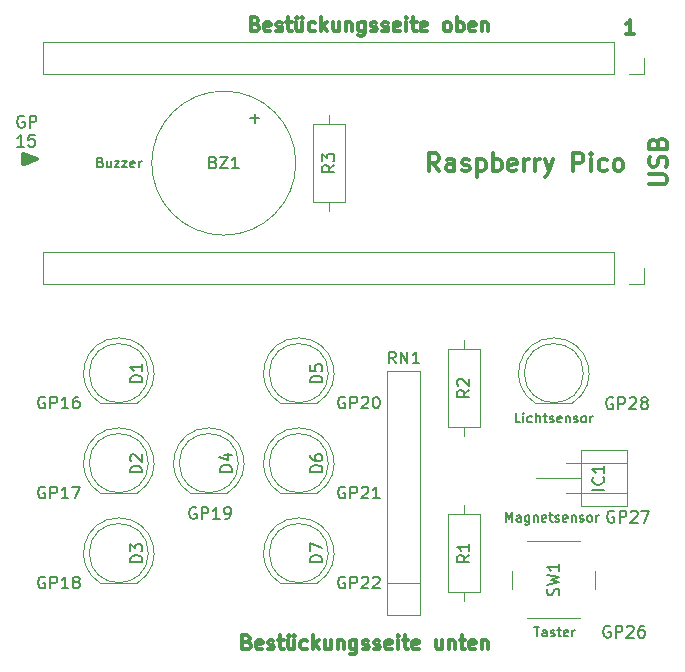
<source format=gbr>
%TF.GenerationSoftware,KiCad,Pcbnew,8.0.2*%
%TF.CreationDate,2024-06-24T20:47:35+02:00*%
%TF.ProjectId,Ampel3,416d7065-6c33-42e6-9b69-6361645f7063,rev?*%
%TF.SameCoordinates,Original*%
%TF.FileFunction,Legend,Top*%
%TF.FilePolarity,Positive*%
%FSLAX46Y46*%
G04 Gerber Fmt 4.6, Leading zero omitted, Abs format (unit mm)*
G04 Created by KiCad (PCBNEW 8.0.2) date 2024-06-24 20:47:35*
%MOMM*%
%LPD*%
G01*
G04 APERTURE LIST*
%ADD10C,0.300000*%
%ADD11C,0.150000*%
%ADD12C,0.120000*%
%ADD13C,1.600000*%
%ADD14O,1.600000X1.600000*%
%ADD15R,1.600000X1.600000*%
%ADD16R,2.000000X2.000000*%
%ADD17C,2.000000*%
%ADD18R,1.800000X1.800000*%
%ADD19C,1.800000*%
%ADD20R,1.700000X1.700000*%
%ADD21O,1.700000X1.700000*%
G04 APERTURE END LIST*
D10*
X52148426Y-63299460D02*
X52148426Y-64013745D01*
X52219855Y-63299460D02*
X52219855Y-64013745D01*
X52291283Y-63370888D02*
X52291283Y-63942317D01*
X52362712Y-63370888D02*
X52362712Y-63942317D01*
X52434140Y-63370888D02*
X52434140Y-63942317D01*
X52505569Y-63442317D02*
X52505569Y-63870888D01*
X52576997Y-63442317D02*
X52576997Y-63870888D01*
X52648426Y-63442317D02*
X52648426Y-63870888D01*
X52719855Y-63513745D02*
X52719855Y-63799460D01*
X52791283Y-63513745D02*
X52791283Y-63799460D01*
X52862712Y-63585174D02*
X52862712Y-63728031D01*
X52934140Y-63585174D02*
X52934140Y-63728031D01*
X53005569Y-63585174D02*
X53005569Y-63728031D01*
X53076997Y-63656603D02*
X53005569Y-63656603D01*
X52076997Y-63299460D02*
X53148426Y-63656603D01*
X53148426Y-63656603D02*
X52076997Y-64013745D01*
X53219855Y-63656603D02*
X52076997Y-64085174D01*
X52076997Y-64085174D02*
X52076997Y-63228031D01*
X52076997Y-63228031D02*
X53219855Y-63656603D01*
X103784619Y-53021832D02*
X103098905Y-53021832D01*
X103441762Y-53021832D02*
X103441762Y-51821832D01*
X103441762Y-51821832D02*
X103327476Y-51993261D01*
X103327476Y-51993261D02*
X103213191Y-52107547D01*
X103213191Y-52107547D02*
X103098905Y-52164690D01*
D11*
X101754036Y-103187759D02*
X101658798Y-103140140D01*
X101658798Y-103140140D02*
X101515941Y-103140140D01*
X101515941Y-103140140D02*
X101373084Y-103187759D01*
X101373084Y-103187759D02*
X101277846Y-103282997D01*
X101277846Y-103282997D02*
X101230227Y-103378235D01*
X101230227Y-103378235D02*
X101182608Y-103568711D01*
X101182608Y-103568711D02*
X101182608Y-103711568D01*
X101182608Y-103711568D02*
X101230227Y-103902044D01*
X101230227Y-103902044D02*
X101277846Y-103997282D01*
X101277846Y-103997282D02*
X101373084Y-104092521D01*
X101373084Y-104092521D02*
X101515941Y-104140140D01*
X101515941Y-104140140D02*
X101611179Y-104140140D01*
X101611179Y-104140140D02*
X101754036Y-104092521D01*
X101754036Y-104092521D02*
X101801655Y-104044901D01*
X101801655Y-104044901D02*
X101801655Y-103711568D01*
X101801655Y-103711568D02*
X101611179Y-103711568D01*
X102230227Y-104140140D02*
X102230227Y-103140140D01*
X102230227Y-103140140D02*
X102611179Y-103140140D01*
X102611179Y-103140140D02*
X102706417Y-103187759D01*
X102706417Y-103187759D02*
X102754036Y-103235378D01*
X102754036Y-103235378D02*
X102801655Y-103330616D01*
X102801655Y-103330616D02*
X102801655Y-103473473D01*
X102801655Y-103473473D02*
X102754036Y-103568711D01*
X102754036Y-103568711D02*
X102706417Y-103616330D01*
X102706417Y-103616330D02*
X102611179Y-103663949D01*
X102611179Y-103663949D02*
X102230227Y-103663949D01*
X103182608Y-103235378D02*
X103230227Y-103187759D01*
X103230227Y-103187759D02*
X103325465Y-103140140D01*
X103325465Y-103140140D02*
X103563560Y-103140140D01*
X103563560Y-103140140D02*
X103658798Y-103187759D01*
X103658798Y-103187759D02*
X103706417Y-103235378D01*
X103706417Y-103235378D02*
X103754036Y-103330616D01*
X103754036Y-103330616D02*
X103754036Y-103425854D01*
X103754036Y-103425854D02*
X103706417Y-103568711D01*
X103706417Y-103568711D02*
X103134989Y-104140140D01*
X103134989Y-104140140D02*
X103754036Y-104140140D01*
X104611179Y-103140140D02*
X104420703Y-103140140D01*
X104420703Y-103140140D02*
X104325465Y-103187759D01*
X104325465Y-103187759D02*
X104277846Y-103235378D01*
X104277846Y-103235378D02*
X104182608Y-103378235D01*
X104182608Y-103378235D02*
X104134989Y-103568711D01*
X104134989Y-103568711D02*
X104134989Y-103949663D01*
X104134989Y-103949663D02*
X104182608Y-104044901D01*
X104182608Y-104044901D02*
X104230227Y-104092521D01*
X104230227Y-104092521D02*
X104325465Y-104140140D01*
X104325465Y-104140140D02*
X104515941Y-104140140D01*
X104515941Y-104140140D02*
X104611179Y-104092521D01*
X104611179Y-104092521D02*
X104658798Y-104044901D01*
X104658798Y-104044901D02*
X104706417Y-103949663D01*
X104706417Y-103949663D02*
X104706417Y-103711568D01*
X104706417Y-103711568D02*
X104658798Y-103616330D01*
X104658798Y-103616330D02*
X104611179Y-103568711D01*
X104611179Y-103568711D02*
X104515941Y-103521092D01*
X104515941Y-103521092D02*
X104325465Y-103521092D01*
X104325465Y-103521092D02*
X104230227Y-103568711D01*
X104230227Y-103568711D02*
X104182608Y-103616330D01*
X104182608Y-103616330D02*
X104134989Y-103711568D01*
D10*
X71026920Y-104520971D02*
X71198348Y-104578114D01*
X71198348Y-104578114D02*
X71255491Y-104635257D01*
X71255491Y-104635257D02*
X71312634Y-104749542D01*
X71312634Y-104749542D02*
X71312634Y-104920971D01*
X71312634Y-104920971D02*
X71255491Y-105035257D01*
X71255491Y-105035257D02*
X71198348Y-105092400D01*
X71198348Y-105092400D02*
X71084063Y-105149542D01*
X71084063Y-105149542D02*
X70626920Y-105149542D01*
X70626920Y-105149542D02*
X70626920Y-103949542D01*
X70626920Y-103949542D02*
X71026920Y-103949542D01*
X71026920Y-103949542D02*
X71141206Y-104006685D01*
X71141206Y-104006685D02*
X71198348Y-104063828D01*
X71198348Y-104063828D02*
X71255491Y-104178114D01*
X71255491Y-104178114D02*
X71255491Y-104292400D01*
X71255491Y-104292400D02*
X71198348Y-104406685D01*
X71198348Y-104406685D02*
X71141206Y-104463828D01*
X71141206Y-104463828D02*
X71026920Y-104520971D01*
X71026920Y-104520971D02*
X70626920Y-104520971D01*
X72284063Y-105092400D02*
X72169777Y-105149542D01*
X72169777Y-105149542D02*
X71941206Y-105149542D01*
X71941206Y-105149542D02*
X71826920Y-105092400D01*
X71826920Y-105092400D02*
X71769777Y-104978114D01*
X71769777Y-104978114D02*
X71769777Y-104520971D01*
X71769777Y-104520971D02*
X71826920Y-104406685D01*
X71826920Y-104406685D02*
X71941206Y-104349542D01*
X71941206Y-104349542D02*
X72169777Y-104349542D01*
X72169777Y-104349542D02*
X72284063Y-104406685D01*
X72284063Y-104406685D02*
X72341206Y-104520971D01*
X72341206Y-104520971D02*
X72341206Y-104635257D01*
X72341206Y-104635257D02*
X71769777Y-104749542D01*
X72798348Y-105092400D02*
X72912634Y-105149542D01*
X72912634Y-105149542D02*
X73141205Y-105149542D01*
X73141205Y-105149542D02*
X73255491Y-105092400D01*
X73255491Y-105092400D02*
X73312634Y-104978114D01*
X73312634Y-104978114D02*
X73312634Y-104920971D01*
X73312634Y-104920971D02*
X73255491Y-104806685D01*
X73255491Y-104806685D02*
X73141205Y-104749542D01*
X73141205Y-104749542D02*
X72969777Y-104749542D01*
X72969777Y-104749542D02*
X72855491Y-104692400D01*
X72855491Y-104692400D02*
X72798348Y-104578114D01*
X72798348Y-104578114D02*
X72798348Y-104520971D01*
X72798348Y-104520971D02*
X72855491Y-104406685D01*
X72855491Y-104406685D02*
X72969777Y-104349542D01*
X72969777Y-104349542D02*
X73141205Y-104349542D01*
X73141205Y-104349542D02*
X73255491Y-104406685D01*
X73655491Y-104349542D02*
X74112634Y-104349542D01*
X73826920Y-103949542D02*
X73826920Y-104978114D01*
X73826920Y-104978114D02*
X73884063Y-105092400D01*
X73884063Y-105092400D02*
X73998348Y-105149542D01*
X73998348Y-105149542D02*
X74112634Y-105149542D01*
X75026920Y-104349542D02*
X75026920Y-105149542D01*
X74512634Y-104349542D02*
X74512634Y-104978114D01*
X74512634Y-104978114D02*
X74569777Y-105092400D01*
X74569777Y-105092400D02*
X74684062Y-105149542D01*
X74684062Y-105149542D02*
X74855491Y-105149542D01*
X74855491Y-105149542D02*
X74969777Y-105092400D01*
X74969777Y-105092400D02*
X75026920Y-105035257D01*
X74569777Y-103949542D02*
X74626920Y-104006685D01*
X74626920Y-104006685D02*
X74569777Y-104063828D01*
X74569777Y-104063828D02*
X74512634Y-104006685D01*
X74512634Y-104006685D02*
X74569777Y-103949542D01*
X74569777Y-103949542D02*
X74569777Y-104063828D01*
X75026920Y-103949542D02*
X75084062Y-104006685D01*
X75084062Y-104006685D02*
X75026920Y-104063828D01*
X75026920Y-104063828D02*
X74969777Y-104006685D01*
X74969777Y-104006685D02*
X75026920Y-103949542D01*
X75026920Y-103949542D02*
X75026920Y-104063828D01*
X76112634Y-105092400D02*
X75998348Y-105149542D01*
X75998348Y-105149542D02*
X75769776Y-105149542D01*
X75769776Y-105149542D02*
X75655491Y-105092400D01*
X75655491Y-105092400D02*
X75598348Y-105035257D01*
X75598348Y-105035257D02*
X75541205Y-104920971D01*
X75541205Y-104920971D02*
X75541205Y-104578114D01*
X75541205Y-104578114D02*
X75598348Y-104463828D01*
X75598348Y-104463828D02*
X75655491Y-104406685D01*
X75655491Y-104406685D02*
X75769776Y-104349542D01*
X75769776Y-104349542D02*
X75998348Y-104349542D01*
X75998348Y-104349542D02*
X76112634Y-104406685D01*
X76626919Y-105149542D02*
X76626919Y-103949542D01*
X76741205Y-104692400D02*
X77084062Y-105149542D01*
X77084062Y-104349542D02*
X76626919Y-104806685D01*
X78112634Y-104349542D02*
X78112634Y-105149542D01*
X77598348Y-104349542D02*
X77598348Y-104978114D01*
X77598348Y-104978114D02*
X77655491Y-105092400D01*
X77655491Y-105092400D02*
X77769776Y-105149542D01*
X77769776Y-105149542D02*
X77941205Y-105149542D01*
X77941205Y-105149542D02*
X78055491Y-105092400D01*
X78055491Y-105092400D02*
X78112634Y-105035257D01*
X78684062Y-104349542D02*
X78684062Y-105149542D01*
X78684062Y-104463828D02*
X78741205Y-104406685D01*
X78741205Y-104406685D02*
X78855490Y-104349542D01*
X78855490Y-104349542D02*
X79026919Y-104349542D01*
X79026919Y-104349542D02*
X79141205Y-104406685D01*
X79141205Y-104406685D02*
X79198348Y-104520971D01*
X79198348Y-104520971D02*
X79198348Y-105149542D01*
X80284062Y-104349542D02*
X80284062Y-105320971D01*
X80284062Y-105320971D02*
X80226919Y-105435257D01*
X80226919Y-105435257D02*
X80169776Y-105492400D01*
X80169776Y-105492400D02*
X80055490Y-105549542D01*
X80055490Y-105549542D02*
X79884062Y-105549542D01*
X79884062Y-105549542D02*
X79769776Y-105492400D01*
X80284062Y-105092400D02*
X80169776Y-105149542D01*
X80169776Y-105149542D02*
X79941204Y-105149542D01*
X79941204Y-105149542D02*
X79826919Y-105092400D01*
X79826919Y-105092400D02*
X79769776Y-105035257D01*
X79769776Y-105035257D02*
X79712633Y-104920971D01*
X79712633Y-104920971D02*
X79712633Y-104578114D01*
X79712633Y-104578114D02*
X79769776Y-104463828D01*
X79769776Y-104463828D02*
X79826919Y-104406685D01*
X79826919Y-104406685D02*
X79941204Y-104349542D01*
X79941204Y-104349542D02*
X80169776Y-104349542D01*
X80169776Y-104349542D02*
X80284062Y-104406685D01*
X80798347Y-105092400D02*
X80912633Y-105149542D01*
X80912633Y-105149542D02*
X81141204Y-105149542D01*
X81141204Y-105149542D02*
X81255490Y-105092400D01*
X81255490Y-105092400D02*
X81312633Y-104978114D01*
X81312633Y-104978114D02*
X81312633Y-104920971D01*
X81312633Y-104920971D02*
X81255490Y-104806685D01*
X81255490Y-104806685D02*
X81141204Y-104749542D01*
X81141204Y-104749542D02*
X80969776Y-104749542D01*
X80969776Y-104749542D02*
X80855490Y-104692400D01*
X80855490Y-104692400D02*
X80798347Y-104578114D01*
X80798347Y-104578114D02*
X80798347Y-104520971D01*
X80798347Y-104520971D02*
X80855490Y-104406685D01*
X80855490Y-104406685D02*
X80969776Y-104349542D01*
X80969776Y-104349542D02*
X81141204Y-104349542D01*
X81141204Y-104349542D02*
X81255490Y-104406685D01*
X81769776Y-105092400D02*
X81884062Y-105149542D01*
X81884062Y-105149542D02*
X82112633Y-105149542D01*
X82112633Y-105149542D02*
X82226919Y-105092400D01*
X82226919Y-105092400D02*
X82284062Y-104978114D01*
X82284062Y-104978114D02*
X82284062Y-104920971D01*
X82284062Y-104920971D02*
X82226919Y-104806685D01*
X82226919Y-104806685D02*
X82112633Y-104749542D01*
X82112633Y-104749542D02*
X81941205Y-104749542D01*
X81941205Y-104749542D02*
X81826919Y-104692400D01*
X81826919Y-104692400D02*
X81769776Y-104578114D01*
X81769776Y-104578114D02*
X81769776Y-104520971D01*
X81769776Y-104520971D02*
X81826919Y-104406685D01*
X81826919Y-104406685D02*
X81941205Y-104349542D01*
X81941205Y-104349542D02*
X82112633Y-104349542D01*
X82112633Y-104349542D02*
X82226919Y-104406685D01*
X83255491Y-105092400D02*
X83141205Y-105149542D01*
X83141205Y-105149542D02*
X82912634Y-105149542D01*
X82912634Y-105149542D02*
X82798348Y-105092400D01*
X82798348Y-105092400D02*
X82741205Y-104978114D01*
X82741205Y-104978114D02*
X82741205Y-104520971D01*
X82741205Y-104520971D02*
X82798348Y-104406685D01*
X82798348Y-104406685D02*
X82912634Y-104349542D01*
X82912634Y-104349542D02*
X83141205Y-104349542D01*
X83141205Y-104349542D02*
X83255491Y-104406685D01*
X83255491Y-104406685D02*
X83312634Y-104520971D01*
X83312634Y-104520971D02*
X83312634Y-104635257D01*
X83312634Y-104635257D02*
X82741205Y-104749542D01*
X83826919Y-105149542D02*
X83826919Y-104349542D01*
X83826919Y-103949542D02*
X83769776Y-104006685D01*
X83769776Y-104006685D02*
X83826919Y-104063828D01*
X83826919Y-104063828D02*
X83884062Y-104006685D01*
X83884062Y-104006685D02*
X83826919Y-103949542D01*
X83826919Y-103949542D02*
X83826919Y-104063828D01*
X84226919Y-104349542D02*
X84684062Y-104349542D01*
X84398348Y-103949542D02*
X84398348Y-104978114D01*
X84398348Y-104978114D02*
X84455491Y-105092400D01*
X84455491Y-105092400D02*
X84569776Y-105149542D01*
X84569776Y-105149542D02*
X84684062Y-105149542D01*
X85541205Y-105092400D02*
X85426919Y-105149542D01*
X85426919Y-105149542D02*
X85198348Y-105149542D01*
X85198348Y-105149542D02*
X85084062Y-105092400D01*
X85084062Y-105092400D02*
X85026919Y-104978114D01*
X85026919Y-104978114D02*
X85026919Y-104520971D01*
X85026919Y-104520971D02*
X85084062Y-104406685D01*
X85084062Y-104406685D02*
X85198348Y-104349542D01*
X85198348Y-104349542D02*
X85426919Y-104349542D01*
X85426919Y-104349542D02*
X85541205Y-104406685D01*
X85541205Y-104406685D02*
X85598348Y-104520971D01*
X85598348Y-104520971D02*
X85598348Y-104635257D01*
X85598348Y-104635257D02*
X85026919Y-104749542D01*
X87541205Y-104349542D02*
X87541205Y-105149542D01*
X87026919Y-104349542D02*
X87026919Y-104978114D01*
X87026919Y-104978114D02*
X87084062Y-105092400D01*
X87084062Y-105092400D02*
X87198347Y-105149542D01*
X87198347Y-105149542D02*
X87369776Y-105149542D01*
X87369776Y-105149542D02*
X87484062Y-105092400D01*
X87484062Y-105092400D02*
X87541205Y-105035257D01*
X88112633Y-104349542D02*
X88112633Y-105149542D01*
X88112633Y-104463828D02*
X88169776Y-104406685D01*
X88169776Y-104406685D02*
X88284061Y-104349542D01*
X88284061Y-104349542D02*
X88455490Y-104349542D01*
X88455490Y-104349542D02*
X88569776Y-104406685D01*
X88569776Y-104406685D02*
X88626919Y-104520971D01*
X88626919Y-104520971D02*
X88626919Y-105149542D01*
X89026918Y-104349542D02*
X89484061Y-104349542D01*
X89198347Y-103949542D02*
X89198347Y-104978114D01*
X89198347Y-104978114D02*
X89255490Y-105092400D01*
X89255490Y-105092400D02*
X89369775Y-105149542D01*
X89369775Y-105149542D02*
X89484061Y-105149542D01*
X90341204Y-105092400D02*
X90226918Y-105149542D01*
X90226918Y-105149542D02*
X89998347Y-105149542D01*
X89998347Y-105149542D02*
X89884061Y-105092400D01*
X89884061Y-105092400D02*
X89826918Y-104978114D01*
X89826918Y-104978114D02*
X89826918Y-104520971D01*
X89826918Y-104520971D02*
X89884061Y-104406685D01*
X89884061Y-104406685D02*
X89998347Y-104349542D01*
X89998347Y-104349542D02*
X90226918Y-104349542D01*
X90226918Y-104349542D02*
X90341204Y-104406685D01*
X90341204Y-104406685D02*
X90398347Y-104520971D01*
X90398347Y-104520971D02*
X90398347Y-104635257D01*
X90398347Y-104635257D02*
X89826918Y-104749542D01*
X90912632Y-104349542D02*
X90912632Y-105149542D01*
X90912632Y-104463828D02*
X90969775Y-104406685D01*
X90969775Y-104406685D02*
X91084060Y-104349542D01*
X91084060Y-104349542D02*
X91255489Y-104349542D01*
X91255489Y-104349542D02*
X91369775Y-104406685D01*
X91369775Y-104406685D02*
X91426918Y-104520971D01*
X91426918Y-104520971D02*
X91426918Y-105149542D01*
X105058328Y-65770225D02*
X106272614Y-65770225D01*
X106272614Y-65770225D02*
X106415471Y-65698796D01*
X106415471Y-65698796D02*
X106486900Y-65627368D01*
X106486900Y-65627368D02*
X106558328Y-65484510D01*
X106558328Y-65484510D02*
X106558328Y-65198796D01*
X106558328Y-65198796D02*
X106486900Y-65055939D01*
X106486900Y-65055939D02*
X106415471Y-64984510D01*
X106415471Y-64984510D02*
X106272614Y-64913082D01*
X106272614Y-64913082D02*
X105058328Y-64913082D01*
X106486900Y-64270224D02*
X106558328Y-64055939D01*
X106558328Y-64055939D02*
X106558328Y-63698796D01*
X106558328Y-63698796D02*
X106486900Y-63555939D01*
X106486900Y-63555939D02*
X106415471Y-63484510D01*
X106415471Y-63484510D02*
X106272614Y-63413081D01*
X106272614Y-63413081D02*
X106129757Y-63413081D01*
X106129757Y-63413081D02*
X105986900Y-63484510D01*
X105986900Y-63484510D02*
X105915471Y-63555939D01*
X105915471Y-63555939D02*
X105844042Y-63698796D01*
X105844042Y-63698796D02*
X105772614Y-63984510D01*
X105772614Y-63984510D02*
X105701185Y-64127367D01*
X105701185Y-64127367D02*
X105629757Y-64198796D01*
X105629757Y-64198796D02*
X105486900Y-64270224D01*
X105486900Y-64270224D02*
X105344042Y-64270224D01*
X105344042Y-64270224D02*
X105201185Y-64198796D01*
X105201185Y-64198796D02*
X105129757Y-64127367D01*
X105129757Y-64127367D02*
X105058328Y-63984510D01*
X105058328Y-63984510D02*
X105058328Y-63627367D01*
X105058328Y-63627367D02*
X105129757Y-63413081D01*
X105772614Y-62270225D02*
X105844042Y-62055939D01*
X105844042Y-62055939D02*
X105915471Y-61984510D01*
X105915471Y-61984510D02*
X106058328Y-61913082D01*
X106058328Y-61913082D02*
X106272614Y-61913082D01*
X106272614Y-61913082D02*
X106415471Y-61984510D01*
X106415471Y-61984510D02*
X106486900Y-62055939D01*
X106486900Y-62055939D02*
X106558328Y-62198796D01*
X106558328Y-62198796D02*
X106558328Y-62770225D01*
X106558328Y-62770225D02*
X105058328Y-62770225D01*
X105058328Y-62770225D02*
X105058328Y-62270225D01*
X105058328Y-62270225D02*
X105129757Y-62127368D01*
X105129757Y-62127368D02*
X105201185Y-62055939D01*
X105201185Y-62055939D02*
X105344042Y-61984510D01*
X105344042Y-61984510D02*
X105486900Y-61984510D01*
X105486900Y-61984510D02*
X105629757Y-62055939D01*
X105629757Y-62055939D02*
X105701185Y-62127368D01*
X105701185Y-62127368D02*
X105772614Y-62270225D01*
X105772614Y-62270225D02*
X105772614Y-62770225D01*
D11*
X102081772Y-93449324D02*
X101986534Y-93401705D01*
X101986534Y-93401705D02*
X101843677Y-93401705D01*
X101843677Y-93401705D02*
X101700820Y-93449324D01*
X101700820Y-93449324D02*
X101605582Y-93544562D01*
X101605582Y-93544562D02*
X101557963Y-93639800D01*
X101557963Y-93639800D02*
X101510344Y-93830276D01*
X101510344Y-93830276D02*
X101510344Y-93973133D01*
X101510344Y-93973133D02*
X101557963Y-94163609D01*
X101557963Y-94163609D02*
X101605582Y-94258847D01*
X101605582Y-94258847D02*
X101700820Y-94354086D01*
X101700820Y-94354086D02*
X101843677Y-94401705D01*
X101843677Y-94401705D02*
X101938915Y-94401705D01*
X101938915Y-94401705D02*
X102081772Y-94354086D01*
X102081772Y-94354086D02*
X102129391Y-94306466D01*
X102129391Y-94306466D02*
X102129391Y-93973133D01*
X102129391Y-93973133D02*
X101938915Y-93973133D01*
X102557963Y-94401705D02*
X102557963Y-93401705D01*
X102557963Y-93401705D02*
X102938915Y-93401705D01*
X102938915Y-93401705D02*
X103034153Y-93449324D01*
X103034153Y-93449324D02*
X103081772Y-93496943D01*
X103081772Y-93496943D02*
X103129391Y-93592181D01*
X103129391Y-93592181D02*
X103129391Y-93735038D01*
X103129391Y-93735038D02*
X103081772Y-93830276D01*
X103081772Y-93830276D02*
X103034153Y-93877895D01*
X103034153Y-93877895D02*
X102938915Y-93925514D01*
X102938915Y-93925514D02*
X102557963Y-93925514D01*
X103510344Y-93496943D02*
X103557963Y-93449324D01*
X103557963Y-93449324D02*
X103653201Y-93401705D01*
X103653201Y-93401705D02*
X103891296Y-93401705D01*
X103891296Y-93401705D02*
X103986534Y-93449324D01*
X103986534Y-93449324D02*
X104034153Y-93496943D01*
X104034153Y-93496943D02*
X104081772Y-93592181D01*
X104081772Y-93592181D02*
X104081772Y-93687419D01*
X104081772Y-93687419D02*
X104034153Y-93830276D01*
X104034153Y-93830276D02*
X103462725Y-94401705D01*
X103462725Y-94401705D02*
X104081772Y-94401705D01*
X104415106Y-93401705D02*
X105081772Y-93401705D01*
X105081772Y-93401705D02*
X104653201Y-94401705D01*
D10*
X87285489Y-64648328D02*
X86785489Y-63934042D01*
X86428346Y-64648328D02*
X86428346Y-63148328D01*
X86428346Y-63148328D02*
X86999775Y-63148328D01*
X86999775Y-63148328D02*
X87142632Y-63219757D01*
X87142632Y-63219757D02*
X87214061Y-63291185D01*
X87214061Y-63291185D02*
X87285489Y-63434042D01*
X87285489Y-63434042D02*
X87285489Y-63648328D01*
X87285489Y-63648328D02*
X87214061Y-63791185D01*
X87214061Y-63791185D02*
X87142632Y-63862614D01*
X87142632Y-63862614D02*
X86999775Y-63934042D01*
X86999775Y-63934042D02*
X86428346Y-63934042D01*
X88571204Y-64648328D02*
X88571204Y-63862614D01*
X88571204Y-63862614D02*
X88499775Y-63719757D01*
X88499775Y-63719757D02*
X88356918Y-63648328D01*
X88356918Y-63648328D02*
X88071204Y-63648328D01*
X88071204Y-63648328D02*
X87928346Y-63719757D01*
X88571204Y-64576900D02*
X88428346Y-64648328D01*
X88428346Y-64648328D02*
X88071204Y-64648328D01*
X88071204Y-64648328D02*
X87928346Y-64576900D01*
X87928346Y-64576900D02*
X87856918Y-64434042D01*
X87856918Y-64434042D02*
X87856918Y-64291185D01*
X87856918Y-64291185D02*
X87928346Y-64148328D01*
X87928346Y-64148328D02*
X88071204Y-64076900D01*
X88071204Y-64076900D02*
X88428346Y-64076900D01*
X88428346Y-64076900D02*
X88571204Y-64005471D01*
X89214061Y-64576900D02*
X89356918Y-64648328D01*
X89356918Y-64648328D02*
X89642632Y-64648328D01*
X89642632Y-64648328D02*
X89785489Y-64576900D01*
X89785489Y-64576900D02*
X89856918Y-64434042D01*
X89856918Y-64434042D02*
X89856918Y-64362614D01*
X89856918Y-64362614D02*
X89785489Y-64219757D01*
X89785489Y-64219757D02*
X89642632Y-64148328D01*
X89642632Y-64148328D02*
X89428347Y-64148328D01*
X89428347Y-64148328D02*
X89285489Y-64076900D01*
X89285489Y-64076900D02*
X89214061Y-63934042D01*
X89214061Y-63934042D02*
X89214061Y-63862614D01*
X89214061Y-63862614D02*
X89285489Y-63719757D01*
X89285489Y-63719757D02*
X89428347Y-63648328D01*
X89428347Y-63648328D02*
X89642632Y-63648328D01*
X89642632Y-63648328D02*
X89785489Y-63719757D01*
X90499775Y-63648328D02*
X90499775Y-65148328D01*
X90499775Y-63719757D02*
X90642633Y-63648328D01*
X90642633Y-63648328D02*
X90928347Y-63648328D01*
X90928347Y-63648328D02*
X91071204Y-63719757D01*
X91071204Y-63719757D02*
X91142633Y-63791185D01*
X91142633Y-63791185D02*
X91214061Y-63934042D01*
X91214061Y-63934042D02*
X91214061Y-64362614D01*
X91214061Y-64362614D02*
X91142633Y-64505471D01*
X91142633Y-64505471D02*
X91071204Y-64576900D01*
X91071204Y-64576900D02*
X90928347Y-64648328D01*
X90928347Y-64648328D02*
X90642633Y-64648328D01*
X90642633Y-64648328D02*
X90499775Y-64576900D01*
X91856918Y-64648328D02*
X91856918Y-63148328D01*
X91856918Y-63719757D02*
X91999776Y-63648328D01*
X91999776Y-63648328D02*
X92285490Y-63648328D01*
X92285490Y-63648328D02*
X92428347Y-63719757D01*
X92428347Y-63719757D02*
X92499776Y-63791185D01*
X92499776Y-63791185D02*
X92571204Y-63934042D01*
X92571204Y-63934042D02*
X92571204Y-64362614D01*
X92571204Y-64362614D02*
X92499776Y-64505471D01*
X92499776Y-64505471D02*
X92428347Y-64576900D01*
X92428347Y-64576900D02*
X92285490Y-64648328D01*
X92285490Y-64648328D02*
X91999776Y-64648328D01*
X91999776Y-64648328D02*
X91856918Y-64576900D01*
X93785490Y-64576900D02*
X93642633Y-64648328D01*
X93642633Y-64648328D02*
X93356919Y-64648328D01*
X93356919Y-64648328D02*
X93214061Y-64576900D01*
X93214061Y-64576900D02*
X93142633Y-64434042D01*
X93142633Y-64434042D02*
X93142633Y-63862614D01*
X93142633Y-63862614D02*
X93214061Y-63719757D01*
X93214061Y-63719757D02*
X93356919Y-63648328D01*
X93356919Y-63648328D02*
X93642633Y-63648328D01*
X93642633Y-63648328D02*
X93785490Y-63719757D01*
X93785490Y-63719757D02*
X93856919Y-63862614D01*
X93856919Y-63862614D02*
X93856919Y-64005471D01*
X93856919Y-64005471D02*
X93142633Y-64148328D01*
X94499775Y-64648328D02*
X94499775Y-63648328D01*
X94499775Y-63934042D02*
X94571204Y-63791185D01*
X94571204Y-63791185D02*
X94642633Y-63719757D01*
X94642633Y-63719757D02*
X94785490Y-63648328D01*
X94785490Y-63648328D02*
X94928347Y-63648328D01*
X95428346Y-64648328D02*
X95428346Y-63648328D01*
X95428346Y-63934042D02*
X95499775Y-63791185D01*
X95499775Y-63791185D02*
X95571204Y-63719757D01*
X95571204Y-63719757D02*
X95714061Y-63648328D01*
X95714061Y-63648328D02*
X95856918Y-63648328D01*
X96214060Y-63648328D02*
X96571203Y-64648328D01*
X96928346Y-63648328D02*
X96571203Y-64648328D01*
X96571203Y-64648328D02*
X96428346Y-65005471D01*
X96428346Y-65005471D02*
X96356917Y-65076900D01*
X96356917Y-65076900D02*
X96214060Y-65148328D01*
X98642631Y-64648328D02*
X98642631Y-63148328D01*
X98642631Y-63148328D02*
X99214060Y-63148328D01*
X99214060Y-63148328D02*
X99356917Y-63219757D01*
X99356917Y-63219757D02*
X99428346Y-63291185D01*
X99428346Y-63291185D02*
X99499774Y-63434042D01*
X99499774Y-63434042D02*
X99499774Y-63648328D01*
X99499774Y-63648328D02*
X99428346Y-63791185D01*
X99428346Y-63791185D02*
X99356917Y-63862614D01*
X99356917Y-63862614D02*
X99214060Y-63934042D01*
X99214060Y-63934042D02*
X98642631Y-63934042D01*
X100142631Y-64648328D02*
X100142631Y-63648328D01*
X100142631Y-63148328D02*
X100071203Y-63219757D01*
X100071203Y-63219757D02*
X100142631Y-63291185D01*
X100142631Y-63291185D02*
X100214060Y-63219757D01*
X100214060Y-63219757D02*
X100142631Y-63148328D01*
X100142631Y-63148328D02*
X100142631Y-63291185D01*
X101499775Y-64576900D02*
X101356917Y-64648328D01*
X101356917Y-64648328D02*
X101071203Y-64648328D01*
X101071203Y-64648328D02*
X100928346Y-64576900D01*
X100928346Y-64576900D02*
X100856917Y-64505471D01*
X100856917Y-64505471D02*
X100785489Y-64362614D01*
X100785489Y-64362614D02*
X100785489Y-63934042D01*
X100785489Y-63934042D02*
X100856917Y-63791185D01*
X100856917Y-63791185D02*
X100928346Y-63719757D01*
X100928346Y-63719757D02*
X101071203Y-63648328D01*
X101071203Y-63648328D02*
X101356917Y-63648328D01*
X101356917Y-63648328D02*
X101499775Y-63719757D01*
X102356917Y-64648328D02*
X102214060Y-64576900D01*
X102214060Y-64576900D02*
X102142631Y-64505471D01*
X102142631Y-64505471D02*
X102071203Y-64362614D01*
X102071203Y-64362614D02*
X102071203Y-63934042D01*
X102071203Y-63934042D02*
X102142631Y-63791185D01*
X102142631Y-63791185D02*
X102214060Y-63719757D01*
X102214060Y-63719757D02*
X102356917Y-63648328D01*
X102356917Y-63648328D02*
X102571203Y-63648328D01*
X102571203Y-63648328D02*
X102714060Y-63719757D01*
X102714060Y-63719757D02*
X102785489Y-63791185D01*
X102785489Y-63791185D02*
X102856917Y-63934042D01*
X102856917Y-63934042D02*
X102856917Y-64362614D01*
X102856917Y-64362614D02*
X102785489Y-64505471D01*
X102785489Y-64505471D02*
X102714060Y-64576900D01*
X102714060Y-64576900D02*
X102571203Y-64648328D01*
X102571203Y-64648328D02*
X102356917Y-64648328D01*
X71712634Y-52180636D02*
X71884062Y-52237779D01*
X71884062Y-52237779D02*
X71941205Y-52294922D01*
X71941205Y-52294922D02*
X71998348Y-52409207D01*
X71998348Y-52409207D02*
X71998348Y-52580636D01*
X71998348Y-52580636D02*
X71941205Y-52694922D01*
X71941205Y-52694922D02*
X71884062Y-52752065D01*
X71884062Y-52752065D02*
X71769777Y-52809207D01*
X71769777Y-52809207D02*
X71312634Y-52809207D01*
X71312634Y-52809207D02*
X71312634Y-51609207D01*
X71312634Y-51609207D02*
X71712634Y-51609207D01*
X71712634Y-51609207D02*
X71826920Y-51666350D01*
X71826920Y-51666350D02*
X71884062Y-51723493D01*
X71884062Y-51723493D02*
X71941205Y-51837779D01*
X71941205Y-51837779D02*
X71941205Y-51952065D01*
X71941205Y-51952065D02*
X71884062Y-52066350D01*
X71884062Y-52066350D02*
X71826920Y-52123493D01*
X71826920Y-52123493D02*
X71712634Y-52180636D01*
X71712634Y-52180636D02*
X71312634Y-52180636D01*
X72969777Y-52752065D02*
X72855491Y-52809207D01*
X72855491Y-52809207D02*
X72626920Y-52809207D01*
X72626920Y-52809207D02*
X72512634Y-52752065D01*
X72512634Y-52752065D02*
X72455491Y-52637779D01*
X72455491Y-52637779D02*
X72455491Y-52180636D01*
X72455491Y-52180636D02*
X72512634Y-52066350D01*
X72512634Y-52066350D02*
X72626920Y-52009207D01*
X72626920Y-52009207D02*
X72855491Y-52009207D01*
X72855491Y-52009207D02*
X72969777Y-52066350D01*
X72969777Y-52066350D02*
X73026920Y-52180636D01*
X73026920Y-52180636D02*
X73026920Y-52294922D01*
X73026920Y-52294922D02*
X72455491Y-52409207D01*
X73484062Y-52752065D02*
X73598348Y-52809207D01*
X73598348Y-52809207D02*
X73826919Y-52809207D01*
X73826919Y-52809207D02*
X73941205Y-52752065D01*
X73941205Y-52752065D02*
X73998348Y-52637779D01*
X73998348Y-52637779D02*
X73998348Y-52580636D01*
X73998348Y-52580636D02*
X73941205Y-52466350D01*
X73941205Y-52466350D02*
X73826919Y-52409207D01*
X73826919Y-52409207D02*
X73655491Y-52409207D01*
X73655491Y-52409207D02*
X73541205Y-52352065D01*
X73541205Y-52352065D02*
X73484062Y-52237779D01*
X73484062Y-52237779D02*
X73484062Y-52180636D01*
X73484062Y-52180636D02*
X73541205Y-52066350D01*
X73541205Y-52066350D02*
X73655491Y-52009207D01*
X73655491Y-52009207D02*
X73826919Y-52009207D01*
X73826919Y-52009207D02*
X73941205Y-52066350D01*
X74341205Y-52009207D02*
X74798348Y-52009207D01*
X74512634Y-51609207D02*
X74512634Y-52637779D01*
X74512634Y-52637779D02*
X74569777Y-52752065D01*
X74569777Y-52752065D02*
X74684062Y-52809207D01*
X74684062Y-52809207D02*
X74798348Y-52809207D01*
X75712634Y-52009207D02*
X75712634Y-52809207D01*
X75198348Y-52009207D02*
X75198348Y-52637779D01*
X75198348Y-52637779D02*
X75255491Y-52752065D01*
X75255491Y-52752065D02*
X75369776Y-52809207D01*
X75369776Y-52809207D02*
X75541205Y-52809207D01*
X75541205Y-52809207D02*
X75655491Y-52752065D01*
X75655491Y-52752065D02*
X75712634Y-52694922D01*
X75255491Y-51609207D02*
X75312634Y-51666350D01*
X75312634Y-51666350D02*
X75255491Y-51723493D01*
X75255491Y-51723493D02*
X75198348Y-51666350D01*
X75198348Y-51666350D02*
X75255491Y-51609207D01*
X75255491Y-51609207D02*
X75255491Y-51723493D01*
X75712634Y-51609207D02*
X75769776Y-51666350D01*
X75769776Y-51666350D02*
X75712634Y-51723493D01*
X75712634Y-51723493D02*
X75655491Y-51666350D01*
X75655491Y-51666350D02*
X75712634Y-51609207D01*
X75712634Y-51609207D02*
X75712634Y-51723493D01*
X76798348Y-52752065D02*
X76684062Y-52809207D01*
X76684062Y-52809207D02*
X76455490Y-52809207D01*
X76455490Y-52809207D02*
X76341205Y-52752065D01*
X76341205Y-52752065D02*
X76284062Y-52694922D01*
X76284062Y-52694922D02*
X76226919Y-52580636D01*
X76226919Y-52580636D02*
X76226919Y-52237779D01*
X76226919Y-52237779D02*
X76284062Y-52123493D01*
X76284062Y-52123493D02*
X76341205Y-52066350D01*
X76341205Y-52066350D02*
X76455490Y-52009207D01*
X76455490Y-52009207D02*
X76684062Y-52009207D01*
X76684062Y-52009207D02*
X76798348Y-52066350D01*
X77312633Y-52809207D02*
X77312633Y-51609207D01*
X77426919Y-52352065D02*
X77769776Y-52809207D01*
X77769776Y-52009207D02*
X77312633Y-52466350D01*
X78798348Y-52009207D02*
X78798348Y-52809207D01*
X78284062Y-52009207D02*
X78284062Y-52637779D01*
X78284062Y-52637779D02*
X78341205Y-52752065D01*
X78341205Y-52752065D02*
X78455490Y-52809207D01*
X78455490Y-52809207D02*
X78626919Y-52809207D01*
X78626919Y-52809207D02*
X78741205Y-52752065D01*
X78741205Y-52752065D02*
X78798348Y-52694922D01*
X79369776Y-52009207D02*
X79369776Y-52809207D01*
X79369776Y-52123493D02*
X79426919Y-52066350D01*
X79426919Y-52066350D02*
X79541204Y-52009207D01*
X79541204Y-52009207D02*
X79712633Y-52009207D01*
X79712633Y-52009207D02*
X79826919Y-52066350D01*
X79826919Y-52066350D02*
X79884062Y-52180636D01*
X79884062Y-52180636D02*
X79884062Y-52809207D01*
X80969776Y-52009207D02*
X80969776Y-52980636D01*
X80969776Y-52980636D02*
X80912633Y-53094922D01*
X80912633Y-53094922D02*
X80855490Y-53152065D01*
X80855490Y-53152065D02*
X80741204Y-53209207D01*
X80741204Y-53209207D02*
X80569776Y-53209207D01*
X80569776Y-53209207D02*
X80455490Y-53152065D01*
X80969776Y-52752065D02*
X80855490Y-52809207D01*
X80855490Y-52809207D02*
X80626918Y-52809207D01*
X80626918Y-52809207D02*
X80512633Y-52752065D01*
X80512633Y-52752065D02*
X80455490Y-52694922D01*
X80455490Y-52694922D02*
X80398347Y-52580636D01*
X80398347Y-52580636D02*
X80398347Y-52237779D01*
X80398347Y-52237779D02*
X80455490Y-52123493D01*
X80455490Y-52123493D02*
X80512633Y-52066350D01*
X80512633Y-52066350D02*
X80626918Y-52009207D01*
X80626918Y-52009207D02*
X80855490Y-52009207D01*
X80855490Y-52009207D02*
X80969776Y-52066350D01*
X81484061Y-52752065D02*
X81598347Y-52809207D01*
X81598347Y-52809207D02*
X81826918Y-52809207D01*
X81826918Y-52809207D02*
X81941204Y-52752065D01*
X81941204Y-52752065D02*
X81998347Y-52637779D01*
X81998347Y-52637779D02*
X81998347Y-52580636D01*
X81998347Y-52580636D02*
X81941204Y-52466350D01*
X81941204Y-52466350D02*
X81826918Y-52409207D01*
X81826918Y-52409207D02*
X81655490Y-52409207D01*
X81655490Y-52409207D02*
X81541204Y-52352065D01*
X81541204Y-52352065D02*
X81484061Y-52237779D01*
X81484061Y-52237779D02*
X81484061Y-52180636D01*
X81484061Y-52180636D02*
X81541204Y-52066350D01*
X81541204Y-52066350D02*
X81655490Y-52009207D01*
X81655490Y-52009207D02*
X81826918Y-52009207D01*
X81826918Y-52009207D02*
X81941204Y-52066350D01*
X82455490Y-52752065D02*
X82569776Y-52809207D01*
X82569776Y-52809207D02*
X82798347Y-52809207D01*
X82798347Y-52809207D02*
X82912633Y-52752065D01*
X82912633Y-52752065D02*
X82969776Y-52637779D01*
X82969776Y-52637779D02*
X82969776Y-52580636D01*
X82969776Y-52580636D02*
X82912633Y-52466350D01*
X82912633Y-52466350D02*
X82798347Y-52409207D01*
X82798347Y-52409207D02*
X82626919Y-52409207D01*
X82626919Y-52409207D02*
X82512633Y-52352065D01*
X82512633Y-52352065D02*
X82455490Y-52237779D01*
X82455490Y-52237779D02*
X82455490Y-52180636D01*
X82455490Y-52180636D02*
X82512633Y-52066350D01*
X82512633Y-52066350D02*
X82626919Y-52009207D01*
X82626919Y-52009207D02*
X82798347Y-52009207D01*
X82798347Y-52009207D02*
X82912633Y-52066350D01*
X83941205Y-52752065D02*
X83826919Y-52809207D01*
X83826919Y-52809207D02*
X83598348Y-52809207D01*
X83598348Y-52809207D02*
X83484062Y-52752065D01*
X83484062Y-52752065D02*
X83426919Y-52637779D01*
X83426919Y-52637779D02*
X83426919Y-52180636D01*
X83426919Y-52180636D02*
X83484062Y-52066350D01*
X83484062Y-52066350D02*
X83598348Y-52009207D01*
X83598348Y-52009207D02*
X83826919Y-52009207D01*
X83826919Y-52009207D02*
X83941205Y-52066350D01*
X83941205Y-52066350D02*
X83998348Y-52180636D01*
X83998348Y-52180636D02*
X83998348Y-52294922D01*
X83998348Y-52294922D02*
X83426919Y-52409207D01*
X84512633Y-52809207D02*
X84512633Y-52009207D01*
X84512633Y-51609207D02*
X84455490Y-51666350D01*
X84455490Y-51666350D02*
X84512633Y-51723493D01*
X84512633Y-51723493D02*
X84569776Y-51666350D01*
X84569776Y-51666350D02*
X84512633Y-51609207D01*
X84512633Y-51609207D02*
X84512633Y-51723493D01*
X84912633Y-52009207D02*
X85369776Y-52009207D01*
X85084062Y-51609207D02*
X85084062Y-52637779D01*
X85084062Y-52637779D02*
X85141205Y-52752065D01*
X85141205Y-52752065D02*
X85255490Y-52809207D01*
X85255490Y-52809207D02*
X85369776Y-52809207D01*
X86226919Y-52752065D02*
X86112633Y-52809207D01*
X86112633Y-52809207D02*
X85884062Y-52809207D01*
X85884062Y-52809207D02*
X85769776Y-52752065D01*
X85769776Y-52752065D02*
X85712633Y-52637779D01*
X85712633Y-52637779D02*
X85712633Y-52180636D01*
X85712633Y-52180636D02*
X85769776Y-52066350D01*
X85769776Y-52066350D02*
X85884062Y-52009207D01*
X85884062Y-52009207D02*
X86112633Y-52009207D01*
X86112633Y-52009207D02*
X86226919Y-52066350D01*
X86226919Y-52066350D02*
X86284062Y-52180636D01*
X86284062Y-52180636D02*
X86284062Y-52294922D01*
X86284062Y-52294922D02*
X85712633Y-52409207D01*
X87884061Y-52809207D02*
X87769776Y-52752065D01*
X87769776Y-52752065D02*
X87712633Y-52694922D01*
X87712633Y-52694922D02*
X87655490Y-52580636D01*
X87655490Y-52580636D02*
X87655490Y-52237779D01*
X87655490Y-52237779D02*
X87712633Y-52123493D01*
X87712633Y-52123493D02*
X87769776Y-52066350D01*
X87769776Y-52066350D02*
X87884061Y-52009207D01*
X87884061Y-52009207D02*
X88055490Y-52009207D01*
X88055490Y-52009207D02*
X88169776Y-52066350D01*
X88169776Y-52066350D02*
X88226919Y-52123493D01*
X88226919Y-52123493D02*
X88284061Y-52237779D01*
X88284061Y-52237779D02*
X88284061Y-52580636D01*
X88284061Y-52580636D02*
X88226919Y-52694922D01*
X88226919Y-52694922D02*
X88169776Y-52752065D01*
X88169776Y-52752065D02*
X88055490Y-52809207D01*
X88055490Y-52809207D02*
X87884061Y-52809207D01*
X88798347Y-52809207D02*
X88798347Y-51609207D01*
X88798347Y-52066350D02*
X88912633Y-52009207D01*
X88912633Y-52009207D02*
X89141204Y-52009207D01*
X89141204Y-52009207D02*
X89255490Y-52066350D01*
X89255490Y-52066350D02*
X89312633Y-52123493D01*
X89312633Y-52123493D02*
X89369775Y-52237779D01*
X89369775Y-52237779D02*
X89369775Y-52580636D01*
X89369775Y-52580636D02*
X89312633Y-52694922D01*
X89312633Y-52694922D02*
X89255490Y-52752065D01*
X89255490Y-52752065D02*
X89141204Y-52809207D01*
X89141204Y-52809207D02*
X88912633Y-52809207D01*
X88912633Y-52809207D02*
X88798347Y-52752065D01*
X90341204Y-52752065D02*
X90226918Y-52809207D01*
X90226918Y-52809207D02*
X89998347Y-52809207D01*
X89998347Y-52809207D02*
X89884061Y-52752065D01*
X89884061Y-52752065D02*
X89826918Y-52637779D01*
X89826918Y-52637779D02*
X89826918Y-52180636D01*
X89826918Y-52180636D02*
X89884061Y-52066350D01*
X89884061Y-52066350D02*
X89998347Y-52009207D01*
X89998347Y-52009207D02*
X90226918Y-52009207D01*
X90226918Y-52009207D02*
X90341204Y-52066350D01*
X90341204Y-52066350D02*
X90398347Y-52180636D01*
X90398347Y-52180636D02*
X90398347Y-52294922D01*
X90398347Y-52294922D02*
X89826918Y-52409207D01*
X90912632Y-52009207D02*
X90912632Y-52809207D01*
X90912632Y-52123493D02*
X90969775Y-52066350D01*
X90969775Y-52066350D02*
X91084060Y-52009207D01*
X91084060Y-52009207D02*
X91255489Y-52009207D01*
X91255489Y-52009207D02*
X91369775Y-52066350D01*
X91369775Y-52066350D02*
X91426918Y-52180636D01*
X91426918Y-52180636D02*
X91426918Y-52809207D01*
D11*
X52130588Y-60007494D02*
X52035350Y-59959875D01*
X52035350Y-59959875D02*
X51892493Y-59959875D01*
X51892493Y-59959875D02*
X51749636Y-60007494D01*
X51749636Y-60007494D02*
X51654398Y-60102732D01*
X51654398Y-60102732D02*
X51606779Y-60197970D01*
X51606779Y-60197970D02*
X51559160Y-60388446D01*
X51559160Y-60388446D02*
X51559160Y-60531303D01*
X51559160Y-60531303D02*
X51606779Y-60721779D01*
X51606779Y-60721779D02*
X51654398Y-60817017D01*
X51654398Y-60817017D02*
X51749636Y-60912256D01*
X51749636Y-60912256D02*
X51892493Y-60959875D01*
X51892493Y-60959875D02*
X51987731Y-60959875D01*
X51987731Y-60959875D02*
X52130588Y-60912256D01*
X52130588Y-60912256D02*
X52178207Y-60864636D01*
X52178207Y-60864636D02*
X52178207Y-60531303D01*
X52178207Y-60531303D02*
X51987731Y-60531303D01*
X52606779Y-60959875D02*
X52606779Y-59959875D01*
X52606779Y-59959875D02*
X52987731Y-59959875D01*
X52987731Y-59959875D02*
X53082969Y-60007494D01*
X53082969Y-60007494D02*
X53130588Y-60055113D01*
X53130588Y-60055113D02*
X53178207Y-60150351D01*
X53178207Y-60150351D02*
X53178207Y-60293208D01*
X53178207Y-60293208D02*
X53130588Y-60388446D01*
X53130588Y-60388446D02*
X53082969Y-60436065D01*
X53082969Y-60436065D02*
X52987731Y-60483684D01*
X52987731Y-60483684D02*
X52606779Y-60483684D01*
X52130588Y-62569819D02*
X51559160Y-62569819D01*
X51844874Y-62569819D02*
X51844874Y-61569819D01*
X51844874Y-61569819D02*
X51749636Y-61712676D01*
X51749636Y-61712676D02*
X51654398Y-61807914D01*
X51654398Y-61807914D02*
X51559160Y-61855533D01*
X53035350Y-61569819D02*
X52559160Y-61569819D01*
X52559160Y-61569819D02*
X52511541Y-62046009D01*
X52511541Y-62046009D02*
X52559160Y-61998390D01*
X52559160Y-61998390D02*
X52654398Y-61950771D01*
X52654398Y-61950771D02*
X52892493Y-61950771D01*
X52892493Y-61950771D02*
X52987731Y-61998390D01*
X52987731Y-61998390D02*
X53035350Y-62046009D01*
X53035350Y-62046009D02*
X53082969Y-62141247D01*
X53082969Y-62141247D02*
X53082969Y-62379342D01*
X53082969Y-62379342D02*
X53035350Y-62474580D01*
X53035350Y-62474580D02*
X52987731Y-62522200D01*
X52987731Y-62522200D02*
X52892493Y-62569819D01*
X52892493Y-62569819D02*
X52654398Y-62569819D01*
X52654398Y-62569819D02*
X52559160Y-62522200D01*
X52559160Y-62522200D02*
X52511541Y-62474580D01*
X101988133Y-83851347D02*
X101892895Y-83803728D01*
X101892895Y-83803728D02*
X101750038Y-83803728D01*
X101750038Y-83803728D02*
X101607181Y-83851347D01*
X101607181Y-83851347D02*
X101511943Y-83946585D01*
X101511943Y-83946585D02*
X101464324Y-84041823D01*
X101464324Y-84041823D02*
X101416705Y-84232299D01*
X101416705Y-84232299D02*
X101416705Y-84375156D01*
X101416705Y-84375156D02*
X101464324Y-84565632D01*
X101464324Y-84565632D02*
X101511943Y-84660870D01*
X101511943Y-84660870D02*
X101607181Y-84756109D01*
X101607181Y-84756109D02*
X101750038Y-84803728D01*
X101750038Y-84803728D02*
X101845276Y-84803728D01*
X101845276Y-84803728D02*
X101988133Y-84756109D01*
X101988133Y-84756109D02*
X102035752Y-84708489D01*
X102035752Y-84708489D02*
X102035752Y-84375156D01*
X102035752Y-84375156D02*
X101845276Y-84375156D01*
X102464324Y-84803728D02*
X102464324Y-83803728D01*
X102464324Y-83803728D02*
X102845276Y-83803728D01*
X102845276Y-83803728D02*
X102940514Y-83851347D01*
X102940514Y-83851347D02*
X102988133Y-83898966D01*
X102988133Y-83898966D02*
X103035752Y-83994204D01*
X103035752Y-83994204D02*
X103035752Y-84137061D01*
X103035752Y-84137061D02*
X102988133Y-84232299D01*
X102988133Y-84232299D02*
X102940514Y-84279918D01*
X102940514Y-84279918D02*
X102845276Y-84327537D01*
X102845276Y-84327537D02*
X102464324Y-84327537D01*
X103416705Y-83898966D02*
X103464324Y-83851347D01*
X103464324Y-83851347D02*
X103559562Y-83803728D01*
X103559562Y-83803728D02*
X103797657Y-83803728D01*
X103797657Y-83803728D02*
X103892895Y-83851347D01*
X103892895Y-83851347D02*
X103940514Y-83898966D01*
X103940514Y-83898966D02*
X103988133Y-83994204D01*
X103988133Y-83994204D02*
X103988133Y-84089442D01*
X103988133Y-84089442D02*
X103940514Y-84232299D01*
X103940514Y-84232299D02*
X103369086Y-84803728D01*
X103369086Y-84803728D02*
X103988133Y-84803728D01*
X104559562Y-84232299D02*
X104464324Y-84184680D01*
X104464324Y-84184680D02*
X104416705Y-84137061D01*
X104416705Y-84137061D02*
X104369086Y-84041823D01*
X104369086Y-84041823D02*
X104369086Y-83994204D01*
X104369086Y-83994204D02*
X104416705Y-83898966D01*
X104416705Y-83898966D02*
X104464324Y-83851347D01*
X104464324Y-83851347D02*
X104559562Y-83803728D01*
X104559562Y-83803728D02*
X104750038Y-83803728D01*
X104750038Y-83803728D02*
X104845276Y-83851347D01*
X104845276Y-83851347D02*
X104892895Y-83898966D01*
X104892895Y-83898966D02*
X104940514Y-83994204D01*
X104940514Y-83994204D02*
X104940514Y-84041823D01*
X104940514Y-84041823D02*
X104892895Y-84137061D01*
X104892895Y-84137061D02*
X104845276Y-84184680D01*
X104845276Y-84184680D02*
X104750038Y-84232299D01*
X104750038Y-84232299D02*
X104559562Y-84232299D01*
X104559562Y-84232299D02*
X104464324Y-84279918D01*
X104464324Y-84279918D02*
X104416705Y-84327537D01*
X104416705Y-84327537D02*
X104369086Y-84422775D01*
X104369086Y-84422775D02*
X104369086Y-84613251D01*
X104369086Y-84613251D02*
X104416705Y-84708489D01*
X104416705Y-84708489D02*
X104464324Y-84756109D01*
X104464324Y-84756109D02*
X104559562Y-84803728D01*
X104559562Y-84803728D02*
X104750038Y-84803728D01*
X104750038Y-84803728D02*
X104845276Y-84756109D01*
X104845276Y-84756109D02*
X104892895Y-84708489D01*
X104892895Y-84708489D02*
X104940514Y-84613251D01*
X104940514Y-84613251D02*
X104940514Y-84422775D01*
X104940514Y-84422775D02*
X104892895Y-84327537D01*
X104892895Y-84327537D02*
X104845276Y-84279918D01*
X104845276Y-84279918D02*
X104750038Y-84232299D01*
X89824819Y-83186666D02*
X89348628Y-83519999D01*
X89824819Y-83758094D02*
X88824819Y-83758094D01*
X88824819Y-83758094D02*
X88824819Y-83377142D01*
X88824819Y-83377142D02*
X88872438Y-83281904D01*
X88872438Y-83281904D02*
X88920057Y-83234285D01*
X88920057Y-83234285D02*
X89015295Y-83186666D01*
X89015295Y-83186666D02*
X89158152Y-83186666D01*
X89158152Y-83186666D02*
X89253390Y-83234285D01*
X89253390Y-83234285D02*
X89301009Y-83281904D01*
X89301009Y-83281904D02*
X89348628Y-83377142D01*
X89348628Y-83377142D02*
X89348628Y-83758094D01*
X88920057Y-82805713D02*
X88872438Y-82758094D01*
X88872438Y-82758094D02*
X88824819Y-82662856D01*
X88824819Y-82662856D02*
X88824819Y-82424761D01*
X88824819Y-82424761D02*
X88872438Y-82329523D01*
X88872438Y-82329523D02*
X88920057Y-82281904D01*
X88920057Y-82281904D02*
X89015295Y-82234285D01*
X89015295Y-82234285D02*
X89110533Y-82234285D01*
X89110533Y-82234285D02*
X89253390Y-82281904D01*
X89253390Y-82281904D02*
X89824819Y-82853332D01*
X89824819Y-82853332D02*
X89824819Y-82234285D01*
X83599523Y-80934819D02*
X83266190Y-80458628D01*
X83028095Y-80934819D02*
X83028095Y-79934819D01*
X83028095Y-79934819D02*
X83409047Y-79934819D01*
X83409047Y-79934819D02*
X83504285Y-79982438D01*
X83504285Y-79982438D02*
X83551904Y-80030057D01*
X83551904Y-80030057D02*
X83599523Y-80125295D01*
X83599523Y-80125295D02*
X83599523Y-80268152D01*
X83599523Y-80268152D02*
X83551904Y-80363390D01*
X83551904Y-80363390D02*
X83504285Y-80411009D01*
X83504285Y-80411009D02*
X83409047Y-80458628D01*
X83409047Y-80458628D02*
X83028095Y-80458628D01*
X84028095Y-80934819D02*
X84028095Y-79934819D01*
X84028095Y-79934819D02*
X84599523Y-80934819D01*
X84599523Y-80934819D02*
X84599523Y-79934819D01*
X85599523Y-80934819D02*
X85028095Y-80934819D01*
X85313809Y-80934819D02*
X85313809Y-79934819D01*
X85313809Y-79934819D02*
X85218571Y-80077676D01*
X85218571Y-80077676D02*
X85123333Y-80172914D01*
X85123333Y-80172914D02*
X85028095Y-80220533D01*
X68169047Y-63901009D02*
X68311904Y-63948628D01*
X68311904Y-63948628D02*
X68359523Y-63996247D01*
X68359523Y-63996247D02*
X68407142Y-64091485D01*
X68407142Y-64091485D02*
X68407142Y-64234342D01*
X68407142Y-64234342D02*
X68359523Y-64329580D01*
X68359523Y-64329580D02*
X68311904Y-64377200D01*
X68311904Y-64377200D02*
X68216666Y-64424819D01*
X68216666Y-64424819D02*
X67835714Y-64424819D01*
X67835714Y-64424819D02*
X67835714Y-63424819D01*
X67835714Y-63424819D02*
X68169047Y-63424819D01*
X68169047Y-63424819D02*
X68264285Y-63472438D01*
X68264285Y-63472438D02*
X68311904Y-63520057D01*
X68311904Y-63520057D02*
X68359523Y-63615295D01*
X68359523Y-63615295D02*
X68359523Y-63710533D01*
X68359523Y-63710533D02*
X68311904Y-63805771D01*
X68311904Y-63805771D02*
X68264285Y-63853390D01*
X68264285Y-63853390D02*
X68169047Y-63901009D01*
X68169047Y-63901009D02*
X67835714Y-63901009D01*
X68740476Y-63424819D02*
X69407142Y-63424819D01*
X69407142Y-63424819D02*
X68740476Y-64424819D01*
X68740476Y-64424819D02*
X69407142Y-64424819D01*
X70311904Y-64424819D02*
X69740476Y-64424819D01*
X70026190Y-64424819D02*
X70026190Y-63424819D01*
X70026190Y-63424819D02*
X69930952Y-63567676D01*
X69930952Y-63567676D02*
X69835714Y-63662914D01*
X69835714Y-63662914D02*
X69740476Y-63710533D01*
X58617142Y-63913247D02*
X58731428Y-63951342D01*
X58731428Y-63951342D02*
X58769523Y-63989438D01*
X58769523Y-63989438D02*
X58807619Y-64065628D01*
X58807619Y-64065628D02*
X58807619Y-64179914D01*
X58807619Y-64179914D02*
X58769523Y-64256104D01*
X58769523Y-64256104D02*
X58731428Y-64294200D01*
X58731428Y-64294200D02*
X58655238Y-64332295D01*
X58655238Y-64332295D02*
X58350476Y-64332295D01*
X58350476Y-64332295D02*
X58350476Y-63532295D01*
X58350476Y-63532295D02*
X58617142Y-63532295D01*
X58617142Y-63532295D02*
X58693333Y-63570390D01*
X58693333Y-63570390D02*
X58731428Y-63608485D01*
X58731428Y-63608485D02*
X58769523Y-63684676D01*
X58769523Y-63684676D02*
X58769523Y-63760866D01*
X58769523Y-63760866D02*
X58731428Y-63837057D01*
X58731428Y-63837057D02*
X58693333Y-63875152D01*
X58693333Y-63875152D02*
X58617142Y-63913247D01*
X58617142Y-63913247D02*
X58350476Y-63913247D01*
X59493333Y-63798961D02*
X59493333Y-64332295D01*
X59150476Y-63798961D02*
X59150476Y-64218009D01*
X59150476Y-64218009D02*
X59188571Y-64294200D01*
X59188571Y-64294200D02*
X59264761Y-64332295D01*
X59264761Y-64332295D02*
X59379047Y-64332295D01*
X59379047Y-64332295D02*
X59455238Y-64294200D01*
X59455238Y-64294200D02*
X59493333Y-64256104D01*
X59798095Y-63798961D02*
X60217143Y-63798961D01*
X60217143Y-63798961D02*
X59798095Y-64332295D01*
X59798095Y-64332295D02*
X60217143Y-64332295D01*
X60445714Y-63798961D02*
X60864762Y-63798961D01*
X60864762Y-63798961D02*
X60445714Y-64332295D01*
X60445714Y-64332295D02*
X60864762Y-64332295D01*
X61474286Y-64294200D02*
X61398095Y-64332295D01*
X61398095Y-64332295D02*
X61245714Y-64332295D01*
X61245714Y-64332295D02*
X61169524Y-64294200D01*
X61169524Y-64294200D02*
X61131428Y-64218009D01*
X61131428Y-64218009D02*
X61131428Y-63913247D01*
X61131428Y-63913247D02*
X61169524Y-63837057D01*
X61169524Y-63837057D02*
X61245714Y-63798961D01*
X61245714Y-63798961D02*
X61398095Y-63798961D01*
X61398095Y-63798961D02*
X61474286Y-63837057D01*
X61474286Y-63837057D02*
X61512381Y-63913247D01*
X61512381Y-63913247D02*
X61512381Y-63989438D01*
X61512381Y-63989438D02*
X61131428Y-64065628D01*
X61855238Y-64332295D02*
X61855238Y-63798961D01*
X61855238Y-63951342D02*
X61893333Y-63875152D01*
X61893333Y-63875152D02*
X61931428Y-63837057D01*
X61931428Y-63837057D02*
X62007619Y-63798961D01*
X62007619Y-63798961D02*
X62083809Y-63798961D01*
X71663866Y-60540951D02*
X71663866Y-59779047D01*
X72044819Y-60159999D02*
X71282914Y-60159999D01*
X62148133Y-97744126D02*
X61148133Y-97744126D01*
X61148133Y-97744126D02*
X61148133Y-97506031D01*
X61148133Y-97506031D02*
X61195752Y-97363174D01*
X61195752Y-97363174D02*
X61290990Y-97267936D01*
X61290990Y-97267936D02*
X61386228Y-97220317D01*
X61386228Y-97220317D02*
X61576704Y-97172698D01*
X61576704Y-97172698D02*
X61719561Y-97172698D01*
X61719561Y-97172698D02*
X61910037Y-97220317D01*
X61910037Y-97220317D02*
X62005275Y-97267936D01*
X62005275Y-97267936D02*
X62100514Y-97363174D01*
X62100514Y-97363174D02*
X62148133Y-97506031D01*
X62148133Y-97506031D02*
X62148133Y-97744126D01*
X61148133Y-96839364D02*
X61148133Y-96220317D01*
X61148133Y-96220317D02*
X61529085Y-96553650D01*
X61529085Y-96553650D02*
X61529085Y-96410793D01*
X61529085Y-96410793D02*
X61576704Y-96315555D01*
X61576704Y-96315555D02*
X61624323Y-96267936D01*
X61624323Y-96267936D02*
X61719561Y-96220317D01*
X61719561Y-96220317D02*
X61957656Y-96220317D01*
X61957656Y-96220317D02*
X62052894Y-96267936D01*
X62052894Y-96267936D02*
X62100514Y-96315555D01*
X62100514Y-96315555D02*
X62148133Y-96410793D01*
X62148133Y-96410793D02*
X62148133Y-96696507D01*
X62148133Y-96696507D02*
X62100514Y-96791745D01*
X62100514Y-96791745D02*
X62052894Y-96839364D01*
X53889523Y-99032438D02*
X53794285Y-98984819D01*
X53794285Y-98984819D02*
X53651428Y-98984819D01*
X53651428Y-98984819D02*
X53508571Y-99032438D01*
X53508571Y-99032438D02*
X53413333Y-99127676D01*
X53413333Y-99127676D02*
X53365714Y-99222914D01*
X53365714Y-99222914D02*
X53318095Y-99413390D01*
X53318095Y-99413390D02*
X53318095Y-99556247D01*
X53318095Y-99556247D02*
X53365714Y-99746723D01*
X53365714Y-99746723D02*
X53413333Y-99841961D01*
X53413333Y-99841961D02*
X53508571Y-99937200D01*
X53508571Y-99937200D02*
X53651428Y-99984819D01*
X53651428Y-99984819D02*
X53746666Y-99984819D01*
X53746666Y-99984819D02*
X53889523Y-99937200D01*
X53889523Y-99937200D02*
X53937142Y-99889580D01*
X53937142Y-99889580D02*
X53937142Y-99556247D01*
X53937142Y-99556247D02*
X53746666Y-99556247D01*
X54365714Y-99984819D02*
X54365714Y-98984819D01*
X54365714Y-98984819D02*
X54746666Y-98984819D01*
X54746666Y-98984819D02*
X54841904Y-99032438D01*
X54841904Y-99032438D02*
X54889523Y-99080057D01*
X54889523Y-99080057D02*
X54937142Y-99175295D01*
X54937142Y-99175295D02*
X54937142Y-99318152D01*
X54937142Y-99318152D02*
X54889523Y-99413390D01*
X54889523Y-99413390D02*
X54841904Y-99461009D01*
X54841904Y-99461009D02*
X54746666Y-99508628D01*
X54746666Y-99508628D02*
X54365714Y-99508628D01*
X55889523Y-99984819D02*
X55318095Y-99984819D01*
X55603809Y-99984819D02*
X55603809Y-98984819D01*
X55603809Y-98984819D02*
X55508571Y-99127676D01*
X55508571Y-99127676D02*
X55413333Y-99222914D01*
X55413333Y-99222914D02*
X55318095Y-99270533D01*
X56460952Y-99413390D02*
X56365714Y-99365771D01*
X56365714Y-99365771D02*
X56318095Y-99318152D01*
X56318095Y-99318152D02*
X56270476Y-99222914D01*
X56270476Y-99222914D02*
X56270476Y-99175295D01*
X56270476Y-99175295D02*
X56318095Y-99080057D01*
X56318095Y-99080057D02*
X56365714Y-99032438D01*
X56365714Y-99032438D02*
X56460952Y-98984819D01*
X56460952Y-98984819D02*
X56651428Y-98984819D01*
X56651428Y-98984819D02*
X56746666Y-99032438D01*
X56746666Y-99032438D02*
X56794285Y-99080057D01*
X56794285Y-99080057D02*
X56841904Y-99175295D01*
X56841904Y-99175295D02*
X56841904Y-99222914D01*
X56841904Y-99222914D02*
X56794285Y-99318152D01*
X56794285Y-99318152D02*
X56746666Y-99365771D01*
X56746666Y-99365771D02*
X56651428Y-99413390D01*
X56651428Y-99413390D02*
X56460952Y-99413390D01*
X56460952Y-99413390D02*
X56365714Y-99461009D01*
X56365714Y-99461009D02*
X56318095Y-99508628D01*
X56318095Y-99508628D02*
X56270476Y-99603866D01*
X56270476Y-99603866D02*
X56270476Y-99794342D01*
X56270476Y-99794342D02*
X56318095Y-99889580D01*
X56318095Y-99889580D02*
X56365714Y-99937200D01*
X56365714Y-99937200D02*
X56460952Y-99984819D01*
X56460952Y-99984819D02*
X56651428Y-99984819D01*
X56651428Y-99984819D02*
X56746666Y-99937200D01*
X56746666Y-99937200D02*
X56794285Y-99889580D01*
X56794285Y-99889580D02*
X56841904Y-99794342D01*
X56841904Y-99794342D02*
X56841904Y-99603866D01*
X56841904Y-99603866D02*
X56794285Y-99508628D01*
X56794285Y-99508628D02*
X56746666Y-99461009D01*
X56746666Y-99461009D02*
X56651428Y-99413390D01*
X94151904Y-85922295D02*
X93770952Y-85922295D01*
X93770952Y-85922295D02*
X93770952Y-85122295D01*
X94418571Y-85922295D02*
X94418571Y-85388961D01*
X94418571Y-85122295D02*
X94380475Y-85160390D01*
X94380475Y-85160390D02*
X94418571Y-85198485D01*
X94418571Y-85198485D02*
X94456666Y-85160390D01*
X94456666Y-85160390D02*
X94418571Y-85122295D01*
X94418571Y-85122295D02*
X94418571Y-85198485D01*
X95142380Y-85884200D02*
X95066189Y-85922295D01*
X95066189Y-85922295D02*
X94913808Y-85922295D01*
X94913808Y-85922295D02*
X94837618Y-85884200D01*
X94837618Y-85884200D02*
X94799523Y-85846104D01*
X94799523Y-85846104D02*
X94761427Y-85769914D01*
X94761427Y-85769914D02*
X94761427Y-85541342D01*
X94761427Y-85541342D02*
X94799523Y-85465152D01*
X94799523Y-85465152D02*
X94837618Y-85427057D01*
X94837618Y-85427057D02*
X94913808Y-85388961D01*
X94913808Y-85388961D02*
X95066189Y-85388961D01*
X95066189Y-85388961D02*
X95142380Y-85427057D01*
X95485237Y-85922295D02*
X95485237Y-85122295D01*
X95828094Y-85922295D02*
X95828094Y-85503247D01*
X95828094Y-85503247D02*
X95789999Y-85427057D01*
X95789999Y-85427057D02*
X95713808Y-85388961D01*
X95713808Y-85388961D02*
X95599522Y-85388961D01*
X95599522Y-85388961D02*
X95523332Y-85427057D01*
X95523332Y-85427057D02*
X95485237Y-85465152D01*
X96094761Y-85388961D02*
X96399523Y-85388961D01*
X96209047Y-85122295D02*
X96209047Y-85808009D01*
X96209047Y-85808009D02*
X96247142Y-85884200D01*
X96247142Y-85884200D02*
X96323332Y-85922295D01*
X96323332Y-85922295D02*
X96399523Y-85922295D01*
X96628094Y-85884200D02*
X96704285Y-85922295D01*
X96704285Y-85922295D02*
X96856666Y-85922295D01*
X96856666Y-85922295D02*
X96932856Y-85884200D01*
X96932856Y-85884200D02*
X96970952Y-85808009D01*
X96970952Y-85808009D02*
X96970952Y-85769914D01*
X96970952Y-85769914D02*
X96932856Y-85693723D01*
X96932856Y-85693723D02*
X96856666Y-85655628D01*
X96856666Y-85655628D02*
X96742380Y-85655628D01*
X96742380Y-85655628D02*
X96666190Y-85617533D01*
X96666190Y-85617533D02*
X96628094Y-85541342D01*
X96628094Y-85541342D02*
X96628094Y-85503247D01*
X96628094Y-85503247D02*
X96666190Y-85427057D01*
X96666190Y-85427057D02*
X96742380Y-85388961D01*
X96742380Y-85388961D02*
X96856666Y-85388961D01*
X96856666Y-85388961D02*
X96932856Y-85427057D01*
X97618571Y-85884200D02*
X97542380Y-85922295D01*
X97542380Y-85922295D02*
X97389999Y-85922295D01*
X97389999Y-85922295D02*
X97313809Y-85884200D01*
X97313809Y-85884200D02*
X97275713Y-85808009D01*
X97275713Y-85808009D02*
X97275713Y-85503247D01*
X97275713Y-85503247D02*
X97313809Y-85427057D01*
X97313809Y-85427057D02*
X97389999Y-85388961D01*
X97389999Y-85388961D02*
X97542380Y-85388961D01*
X97542380Y-85388961D02*
X97618571Y-85427057D01*
X97618571Y-85427057D02*
X97656666Y-85503247D01*
X97656666Y-85503247D02*
X97656666Y-85579438D01*
X97656666Y-85579438D02*
X97275713Y-85655628D01*
X97999523Y-85388961D02*
X97999523Y-85922295D01*
X97999523Y-85465152D02*
X98037618Y-85427057D01*
X98037618Y-85427057D02*
X98113808Y-85388961D01*
X98113808Y-85388961D02*
X98228094Y-85388961D01*
X98228094Y-85388961D02*
X98304285Y-85427057D01*
X98304285Y-85427057D02*
X98342380Y-85503247D01*
X98342380Y-85503247D02*
X98342380Y-85922295D01*
X98685237Y-85884200D02*
X98761428Y-85922295D01*
X98761428Y-85922295D02*
X98913809Y-85922295D01*
X98913809Y-85922295D02*
X98989999Y-85884200D01*
X98989999Y-85884200D02*
X99028095Y-85808009D01*
X99028095Y-85808009D02*
X99028095Y-85769914D01*
X99028095Y-85769914D02*
X98989999Y-85693723D01*
X98989999Y-85693723D02*
X98913809Y-85655628D01*
X98913809Y-85655628D02*
X98799523Y-85655628D01*
X98799523Y-85655628D02*
X98723333Y-85617533D01*
X98723333Y-85617533D02*
X98685237Y-85541342D01*
X98685237Y-85541342D02*
X98685237Y-85503247D01*
X98685237Y-85503247D02*
X98723333Y-85427057D01*
X98723333Y-85427057D02*
X98799523Y-85388961D01*
X98799523Y-85388961D02*
X98913809Y-85388961D01*
X98913809Y-85388961D02*
X98989999Y-85427057D01*
X99485237Y-85922295D02*
X99409047Y-85884200D01*
X99409047Y-85884200D02*
X99370952Y-85846104D01*
X99370952Y-85846104D02*
X99332856Y-85769914D01*
X99332856Y-85769914D02*
X99332856Y-85541342D01*
X99332856Y-85541342D02*
X99370952Y-85465152D01*
X99370952Y-85465152D02*
X99409047Y-85427057D01*
X99409047Y-85427057D02*
X99485237Y-85388961D01*
X99485237Y-85388961D02*
X99599523Y-85388961D01*
X99599523Y-85388961D02*
X99675714Y-85427057D01*
X99675714Y-85427057D02*
X99713809Y-85465152D01*
X99713809Y-85465152D02*
X99751904Y-85541342D01*
X99751904Y-85541342D02*
X99751904Y-85769914D01*
X99751904Y-85769914D02*
X99713809Y-85846104D01*
X99713809Y-85846104D02*
X99675714Y-85884200D01*
X99675714Y-85884200D02*
X99599523Y-85922295D01*
X99599523Y-85922295D02*
X99485237Y-85922295D01*
X100094762Y-85922295D02*
X100094762Y-85388961D01*
X100094762Y-85541342D02*
X100132857Y-85465152D01*
X100132857Y-85465152D02*
X100170952Y-85427057D01*
X100170952Y-85427057D02*
X100247143Y-85388961D01*
X100247143Y-85388961D02*
X100323333Y-85388961D01*
X62107780Y-90162407D02*
X61107780Y-90162407D01*
X61107780Y-90162407D02*
X61107780Y-89924312D01*
X61107780Y-89924312D02*
X61155399Y-89781455D01*
X61155399Y-89781455D02*
X61250637Y-89686217D01*
X61250637Y-89686217D02*
X61345875Y-89638598D01*
X61345875Y-89638598D02*
X61536351Y-89590979D01*
X61536351Y-89590979D02*
X61679208Y-89590979D01*
X61679208Y-89590979D02*
X61869684Y-89638598D01*
X61869684Y-89638598D02*
X61964922Y-89686217D01*
X61964922Y-89686217D02*
X62060161Y-89781455D01*
X62060161Y-89781455D02*
X62107780Y-89924312D01*
X62107780Y-89924312D02*
X62107780Y-90162407D01*
X61203018Y-89210026D02*
X61155399Y-89162407D01*
X61155399Y-89162407D02*
X61107780Y-89067169D01*
X61107780Y-89067169D02*
X61107780Y-88829074D01*
X61107780Y-88829074D02*
X61155399Y-88733836D01*
X61155399Y-88733836D02*
X61203018Y-88686217D01*
X61203018Y-88686217D02*
X61298256Y-88638598D01*
X61298256Y-88638598D02*
X61393494Y-88638598D01*
X61393494Y-88638598D02*
X61536351Y-88686217D01*
X61536351Y-88686217D02*
X62107780Y-89257645D01*
X62107780Y-89257645D02*
X62107780Y-88638598D01*
X53889523Y-91412438D02*
X53794285Y-91364819D01*
X53794285Y-91364819D02*
X53651428Y-91364819D01*
X53651428Y-91364819D02*
X53508571Y-91412438D01*
X53508571Y-91412438D02*
X53413333Y-91507676D01*
X53413333Y-91507676D02*
X53365714Y-91602914D01*
X53365714Y-91602914D02*
X53318095Y-91793390D01*
X53318095Y-91793390D02*
X53318095Y-91936247D01*
X53318095Y-91936247D02*
X53365714Y-92126723D01*
X53365714Y-92126723D02*
X53413333Y-92221961D01*
X53413333Y-92221961D02*
X53508571Y-92317200D01*
X53508571Y-92317200D02*
X53651428Y-92364819D01*
X53651428Y-92364819D02*
X53746666Y-92364819D01*
X53746666Y-92364819D02*
X53889523Y-92317200D01*
X53889523Y-92317200D02*
X53937142Y-92269580D01*
X53937142Y-92269580D02*
X53937142Y-91936247D01*
X53937142Y-91936247D02*
X53746666Y-91936247D01*
X54365714Y-92364819D02*
X54365714Y-91364819D01*
X54365714Y-91364819D02*
X54746666Y-91364819D01*
X54746666Y-91364819D02*
X54841904Y-91412438D01*
X54841904Y-91412438D02*
X54889523Y-91460057D01*
X54889523Y-91460057D02*
X54937142Y-91555295D01*
X54937142Y-91555295D02*
X54937142Y-91698152D01*
X54937142Y-91698152D02*
X54889523Y-91793390D01*
X54889523Y-91793390D02*
X54841904Y-91841009D01*
X54841904Y-91841009D02*
X54746666Y-91888628D01*
X54746666Y-91888628D02*
X54365714Y-91888628D01*
X55889523Y-92364819D02*
X55318095Y-92364819D01*
X55603809Y-92364819D02*
X55603809Y-91364819D01*
X55603809Y-91364819D02*
X55508571Y-91507676D01*
X55508571Y-91507676D02*
X55413333Y-91602914D01*
X55413333Y-91602914D02*
X55318095Y-91650533D01*
X56222857Y-91364819D02*
X56889523Y-91364819D01*
X56889523Y-91364819D02*
X56460952Y-92364819D01*
X77383989Y-82538264D02*
X76383989Y-82538264D01*
X76383989Y-82538264D02*
X76383989Y-82300169D01*
X76383989Y-82300169D02*
X76431608Y-82157312D01*
X76431608Y-82157312D02*
X76526846Y-82062074D01*
X76526846Y-82062074D02*
X76622084Y-82014455D01*
X76622084Y-82014455D02*
X76812560Y-81966836D01*
X76812560Y-81966836D02*
X76955417Y-81966836D01*
X76955417Y-81966836D02*
X77145893Y-82014455D01*
X77145893Y-82014455D02*
X77241131Y-82062074D01*
X77241131Y-82062074D02*
X77336370Y-82157312D01*
X77336370Y-82157312D02*
X77383989Y-82300169D01*
X77383989Y-82300169D02*
X77383989Y-82538264D01*
X76383989Y-81062074D02*
X76383989Y-81538264D01*
X76383989Y-81538264D02*
X76860179Y-81585883D01*
X76860179Y-81585883D02*
X76812560Y-81538264D01*
X76812560Y-81538264D02*
X76764941Y-81443026D01*
X76764941Y-81443026D02*
X76764941Y-81204931D01*
X76764941Y-81204931D02*
X76812560Y-81109693D01*
X76812560Y-81109693D02*
X76860179Y-81062074D01*
X76860179Y-81062074D02*
X76955417Y-81014455D01*
X76955417Y-81014455D02*
X77193512Y-81014455D01*
X77193512Y-81014455D02*
X77288750Y-81062074D01*
X77288750Y-81062074D02*
X77336370Y-81109693D01*
X77336370Y-81109693D02*
X77383989Y-81204931D01*
X77383989Y-81204931D02*
X77383989Y-81443026D01*
X77383989Y-81443026D02*
X77336370Y-81538264D01*
X77336370Y-81538264D02*
X77288750Y-81585883D01*
X79289523Y-83792438D02*
X79194285Y-83744819D01*
X79194285Y-83744819D02*
X79051428Y-83744819D01*
X79051428Y-83744819D02*
X78908571Y-83792438D01*
X78908571Y-83792438D02*
X78813333Y-83887676D01*
X78813333Y-83887676D02*
X78765714Y-83982914D01*
X78765714Y-83982914D02*
X78718095Y-84173390D01*
X78718095Y-84173390D02*
X78718095Y-84316247D01*
X78718095Y-84316247D02*
X78765714Y-84506723D01*
X78765714Y-84506723D02*
X78813333Y-84601961D01*
X78813333Y-84601961D02*
X78908571Y-84697200D01*
X78908571Y-84697200D02*
X79051428Y-84744819D01*
X79051428Y-84744819D02*
X79146666Y-84744819D01*
X79146666Y-84744819D02*
X79289523Y-84697200D01*
X79289523Y-84697200D02*
X79337142Y-84649580D01*
X79337142Y-84649580D02*
X79337142Y-84316247D01*
X79337142Y-84316247D02*
X79146666Y-84316247D01*
X79765714Y-84744819D02*
X79765714Y-83744819D01*
X79765714Y-83744819D02*
X80146666Y-83744819D01*
X80146666Y-83744819D02*
X80241904Y-83792438D01*
X80241904Y-83792438D02*
X80289523Y-83840057D01*
X80289523Y-83840057D02*
X80337142Y-83935295D01*
X80337142Y-83935295D02*
X80337142Y-84078152D01*
X80337142Y-84078152D02*
X80289523Y-84173390D01*
X80289523Y-84173390D02*
X80241904Y-84221009D01*
X80241904Y-84221009D02*
X80146666Y-84268628D01*
X80146666Y-84268628D02*
X79765714Y-84268628D01*
X80718095Y-83840057D02*
X80765714Y-83792438D01*
X80765714Y-83792438D02*
X80860952Y-83744819D01*
X80860952Y-83744819D02*
X81099047Y-83744819D01*
X81099047Y-83744819D02*
X81194285Y-83792438D01*
X81194285Y-83792438D02*
X81241904Y-83840057D01*
X81241904Y-83840057D02*
X81289523Y-83935295D01*
X81289523Y-83935295D02*
X81289523Y-84030533D01*
X81289523Y-84030533D02*
X81241904Y-84173390D01*
X81241904Y-84173390D02*
X80670476Y-84744819D01*
X80670476Y-84744819D02*
X81289523Y-84744819D01*
X81908571Y-83744819D02*
X82003809Y-83744819D01*
X82003809Y-83744819D02*
X82099047Y-83792438D01*
X82099047Y-83792438D02*
X82146666Y-83840057D01*
X82146666Y-83840057D02*
X82194285Y-83935295D01*
X82194285Y-83935295D02*
X82241904Y-84125771D01*
X82241904Y-84125771D02*
X82241904Y-84363866D01*
X82241904Y-84363866D02*
X82194285Y-84554342D01*
X82194285Y-84554342D02*
X82146666Y-84649580D01*
X82146666Y-84649580D02*
X82099047Y-84697200D01*
X82099047Y-84697200D02*
X82003809Y-84744819D01*
X82003809Y-84744819D02*
X81908571Y-84744819D01*
X81908571Y-84744819D02*
X81813333Y-84697200D01*
X81813333Y-84697200D02*
X81765714Y-84649580D01*
X81765714Y-84649580D02*
X81718095Y-84554342D01*
X81718095Y-84554342D02*
X81670476Y-84363866D01*
X81670476Y-84363866D02*
X81670476Y-84125771D01*
X81670476Y-84125771D02*
X81718095Y-83935295D01*
X81718095Y-83935295D02*
X81765714Y-83840057D01*
X81765714Y-83840057D02*
X81813333Y-83792438D01*
X81813333Y-83792438D02*
X81908571Y-83744819D01*
X78394819Y-64136666D02*
X77918628Y-64469999D01*
X78394819Y-64708094D02*
X77394819Y-64708094D01*
X77394819Y-64708094D02*
X77394819Y-64327142D01*
X77394819Y-64327142D02*
X77442438Y-64231904D01*
X77442438Y-64231904D02*
X77490057Y-64184285D01*
X77490057Y-64184285D02*
X77585295Y-64136666D01*
X77585295Y-64136666D02*
X77728152Y-64136666D01*
X77728152Y-64136666D02*
X77823390Y-64184285D01*
X77823390Y-64184285D02*
X77871009Y-64231904D01*
X77871009Y-64231904D02*
X77918628Y-64327142D01*
X77918628Y-64327142D02*
X77918628Y-64708094D01*
X77394819Y-63803332D02*
X77394819Y-63184285D01*
X77394819Y-63184285D02*
X77775771Y-63517618D01*
X77775771Y-63517618D02*
X77775771Y-63374761D01*
X77775771Y-63374761D02*
X77823390Y-63279523D01*
X77823390Y-63279523D02*
X77871009Y-63231904D01*
X77871009Y-63231904D02*
X77966247Y-63184285D01*
X77966247Y-63184285D02*
X78204342Y-63184285D01*
X78204342Y-63184285D02*
X78299580Y-63231904D01*
X78299580Y-63231904D02*
X78347200Y-63279523D01*
X78347200Y-63279523D02*
X78394819Y-63374761D01*
X78394819Y-63374761D02*
X78394819Y-63660475D01*
X78394819Y-63660475D02*
X78347200Y-63755713D01*
X78347200Y-63755713D02*
X78299580Y-63803332D01*
X77386061Y-90119982D02*
X76386061Y-90119982D01*
X76386061Y-90119982D02*
X76386061Y-89881887D01*
X76386061Y-89881887D02*
X76433680Y-89739030D01*
X76433680Y-89739030D02*
X76528918Y-89643792D01*
X76528918Y-89643792D02*
X76624156Y-89596173D01*
X76624156Y-89596173D02*
X76814632Y-89548554D01*
X76814632Y-89548554D02*
X76957489Y-89548554D01*
X76957489Y-89548554D02*
X77147965Y-89596173D01*
X77147965Y-89596173D02*
X77243203Y-89643792D01*
X77243203Y-89643792D02*
X77338442Y-89739030D01*
X77338442Y-89739030D02*
X77386061Y-89881887D01*
X77386061Y-89881887D02*
X77386061Y-90119982D01*
X76386061Y-88691411D02*
X76386061Y-88881887D01*
X76386061Y-88881887D02*
X76433680Y-88977125D01*
X76433680Y-88977125D02*
X76481299Y-89024744D01*
X76481299Y-89024744D02*
X76624156Y-89119982D01*
X76624156Y-89119982D02*
X76814632Y-89167601D01*
X76814632Y-89167601D02*
X77195584Y-89167601D01*
X77195584Y-89167601D02*
X77290822Y-89119982D01*
X77290822Y-89119982D02*
X77338442Y-89072363D01*
X77338442Y-89072363D02*
X77386061Y-88977125D01*
X77386061Y-88977125D02*
X77386061Y-88786649D01*
X77386061Y-88786649D02*
X77338442Y-88691411D01*
X77338442Y-88691411D02*
X77290822Y-88643792D01*
X77290822Y-88643792D02*
X77195584Y-88596173D01*
X77195584Y-88596173D02*
X76957489Y-88596173D01*
X76957489Y-88596173D02*
X76862251Y-88643792D01*
X76862251Y-88643792D02*
X76814632Y-88691411D01*
X76814632Y-88691411D02*
X76767013Y-88786649D01*
X76767013Y-88786649D02*
X76767013Y-88977125D01*
X76767013Y-88977125D02*
X76814632Y-89072363D01*
X76814632Y-89072363D02*
X76862251Y-89119982D01*
X76862251Y-89119982D02*
X76957489Y-89167601D01*
X79289523Y-91412438D02*
X79194285Y-91364819D01*
X79194285Y-91364819D02*
X79051428Y-91364819D01*
X79051428Y-91364819D02*
X78908571Y-91412438D01*
X78908571Y-91412438D02*
X78813333Y-91507676D01*
X78813333Y-91507676D02*
X78765714Y-91602914D01*
X78765714Y-91602914D02*
X78718095Y-91793390D01*
X78718095Y-91793390D02*
X78718095Y-91936247D01*
X78718095Y-91936247D02*
X78765714Y-92126723D01*
X78765714Y-92126723D02*
X78813333Y-92221961D01*
X78813333Y-92221961D02*
X78908571Y-92317200D01*
X78908571Y-92317200D02*
X79051428Y-92364819D01*
X79051428Y-92364819D02*
X79146666Y-92364819D01*
X79146666Y-92364819D02*
X79289523Y-92317200D01*
X79289523Y-92317200D02*
X79337142Y-92269580D01*
X79337142Y-92269580D02*
X79337142Y-91936247D01*
X79337142Y-91936247D02*
X79146666Y-91936247D01*
X79765714Y-92364819D02*
X79765714Y-91364819D01*
X79765714Y-91364819D02*
X80146666Y-91364819D01*
X80146666Y-91364819D02*
X80241904Y-91412438D01*
X80241904Y-91412438D02*
X80289523Y-91460057D01*
X80289523Y-91460057D02*
X80337142Y-91555295D01*
X80337142Y-91555295D02*
X80337142Y-91698152D01*
X80337142Y-91698152D02*
X80289523Y-91793390D01*
X80289523Y-91793390D02*
X80241904Y-91841009D01*
X80241904Y-91841009D02*
X80146666Y-91888628D01*
X80146666Y-91888628D02*
X79765714Y-91888628D01*
X80718095Y-91460057D02*
X80765714Y-91412438D01*
X80765714Y-91412438D02*
X80860952Y-91364819D01*
X80860952Y-91364819D02*
X81099047Y-91364819D01*
X81099047Y-91364819D02*
X81194285Y-91412438D01*
X81194285Y-91412438D02*
X81241904Y-91460057D01*
X81241904Y-91460057D02*
X81289523Y-91555295D01*
X81289523Y-91555295D02*
X81289523Y-91650533D01*
X81289523Y-91650533D02*
X81241904Y-91793390D01*
X81241904Y-91793390D02*
X80670476Y-92364819D01*
X80670476Y-92364819D02*
X81289523Y-92364819D01*
X82241904Y-92364819D02*
X81670476Y-92364819D01*
X81956190Y-92364819D02*
X81956190Y-91364819D01*
X81956190Y-91364819D02*
X81860952Y-91507676D01*
X81860952Y-91507676D02*
X81765714Y-91602914D01*
X81765714Y-91602914D02*
X81670476Y-91650533D01*
X77349852Y-97739982D02*
X76349852Y-97739982D01*
X76349852Y-97739982D02*
X76349852Y-97501887D01*
X76349852Y-97501887D02*
X76397471Y-97359030D01*
X76397471Y-97359030D02*
X76492709Y-97263792D01*
X76492709Y-97263792D02*
X76587947Y-97216173D01*
X76587947Y-97216173D02*
X76778423Y-97168554D01*
X76778423Y-97168554D02*
X76921280Y-97168554D01*
X76921280Y-97168554D02*
X77111756Y-97216173D01*
X77111756Y-97216173D02*
X77206994Y-97263792D01*
X77206994Y-97263792D02*
X77302233Y-97359030D01*
X77302233Y-97359030D02*
X77349852Y-97501887D01*
X77349852Y-97501887D02*
X77349852Y-97739982D01*
X76349852Y-96835220D02*
X76349852Y-96168554D01*
X76349852Y-96168554D02*
X77349852Y-96597125D01*
X79289523Y-99032438D02*
X79194285Y-98984819D01*
X79194285Y-98984819D02*
X79051428Y-98984819D01*
X79051428Y-98984819D02*
X78908571Y-99032438D01*
X78908571Y-99032438D02*
X78813333Y-99127676D01*
X78813333Y-99127676D02*
X78765714Y-99222914D01*
X78765714Y-99222914D02*
X78718095Y-99413390D01*
X78718095Y-99413390D02*
X78718095Y-99556247D01*
X78718095Y-99556247D02*
X78765714Y-99746723D01*
X78765714Y-99746723D02*
X78813333Y-99841961D01*
X78813333Y-99841961D02*
X78908571Y-99937200D01*
X78908571Y-99937200D02*
X79051428Y-99984819D01*
X79051428Y-99984819D02*
X79146666Y-99984819D01*
X79146666Y-99984819D02*
X79289523Y-99937200D01*
X79289523Y-99937200D02*
X79337142Y-99889580D01*
X79337142Y-99889580D02*
X79337142Y-99556247D01*
X79337142Y-99556247D02*
X79146666Y-99556247D01*
X79765714Y-99984819D02*
X79765714Y-98984819D01*
X79765714Y-98984819D02*
X80146666Y-98984819D01*
X80146666Y-98984819D02*
X80241904Y-99032438D01*
X80241904Y-99032438D02*
X80289523Y-99080057D01*
X80289523Y-99080057D02*
X80337142Y-99175295D01*
X80337142Y-99175295D02*
X80337142Y-99318152D01*
X80337142Y-99318152D02*
X80289523Y-99413390D01*
X80289523Y-99413390D02*
X80241904Y-99461009D01*
X80241904Y-99461009D02*
X80146666Y-99508628D01*
X80146666Y-99508628D02*
X79765714Y-99508628D01*
X80718095Y-99080057D02*
X80765714Y-99032438D01*
X80765714Y-99032438D02*
X80860952Y-98984819D01*
X80860952Y-98984819D02*
X81099047Y-98984819D01*
X81099047Y-98984819D02*
X81194285Y-99032438D01*
X81194285Y-99032438D02*
X81241904Y-99080057D01*
X81241904Y-99080057D02*
X81289523Y-99175295D01*
X81289523Y-99175295D02*
X81289523Y-99270533D01*
X81289523Y-99270533D02*
X81241904Y-99413390D01*
X81241904Y-99413390D02*
X80670476Y-99984819D01*
X80670476Y-99984819D02*
X81289523Y-99984819D01*
X81670476Y-99080057D02*
X81718095Y-99032438D01*
X81718095Y-99032438D02*
X81813333Y-98984819D01*
X81813333Y-98984819D02*
X82051428Y-98984819D01*
X82051428Y-98984819D02*
X82146666Y-99032438D01*
X82146666Y-99032438D02*
X82194285Y-99080057D01*
X82194285Y-99080057D02*
X82241904Y-99175295D01*
X82241904Y-99175295D02*
X82241904Y-99270533D01*
X82241904Y-99270533D02*
X82194285Y-99413390D01*
X82194285Y-99413390D02*
X81622857Y-99984819D01*
X81622857Y-99984819D02*
X82241904Y-99984819D01*
X62143989Y-82504126D02*
X61143989Y-82504126D01*
X61143989Y-82504126D02*
X61143989Y-82266031D01*
X61143989Y-82266031D02*
X61191608Y-82123174D01*
X61191608Y-82123174D02*
X61286846Y-82027936D01*
X61286846Y-82027936D02*
X61382084Y-81980317D01*
X61382084Y-81980317D02*
X61572560Y-81932698D01*
X61572560Y-81932698D02*
X61715417Y-81932698D01*
X61715417Y-81932698D02*
X61905893Y-81980317D01*
X61905893Y-81980317D02*
X62001131Y-82027936D01*
X62001131Y-82027936D02*
X62096370Y-82123174D01*
X62096370Y-82123174D02*
X62143989Y-82266031D01*
X62143989Y-82266031D02*
X62143989Y-82504126D01*
X62143989Y-80980317D02*
X62143989Y-81551745D01*
X62143989Y-81266031D02*
X61143989Y-81266031D01*
X61143989Y-81266031D02*
X61286846Y-81361269D01*
X61286846Y-81361269D02*
X61382084Y-81456507D01*
X61382084Y-81456507D02*
X61429703Y-81551745D01*
X53889523Y-83792438D02*
X53794285Y-83744819D01*
X53794285Y-83744819D02*
X53651428Y-83744819D01*
X53651428Y-83744819D02*
X53508571Y-83792438D01*
X53508571Y-83792438D02*
X53413333Y-83887676D01*
X53413333Y-83887676D02*
X53365714Y-83982914D01*
X53365714Y-83982914D02*
X53318095Y-84173390D01*
X53318095Y-84173390D02*
X53318095Y-84316247D01*
X53318095Y-84316247D02*
X53365714Y-84506723D01*
X53365714Y-84506723D02*
X53413333Y-84601961D01*
X53413333Y-84601961D02*
X53508571Y-84697200D01*
X53508571Y-84697200D02*
X53651428Y-84744819D01*
X53651428Y-84744819D02*
X53746666Y-84744819D01*
X53746666Y-84744819D02*
X53889523Y-84697200D01*
X53889523Y-84697200D02*
X53937142Y-84649580D01*
X53937142Y-84649580D02*
X53937142Y-84316247D01*
X53937142Y-84316247D02*
X53746666Y-84316247D01*
X54365714Y-84744819D02*
X54365714Y-83744819D01*
X54365714Y-83744819D02*
X54746666Y-83744819D01*
X54746666Y-83744819D02*
X54841904Y-83792438D01*
X54841904Y-83792438D02*
X54889523Y-83840057D01*
X54889523Y-83840057D02*
X54937142Y-83935295D01*
X54937142Y-83935295D02*
X54937142Y-84078152D01*
X54937142Y-84078152D02*
X54889523Y-84173390D01*
X54889523Y-84173390D02*
X54841904Y-84221009D01*
X54841904Y-84221009D02*
X54746666Y-84268628D01*
X54746666Y-84268628D02*
X54365714Y-84268628D01*
X55889523Y-84744819D02*
X55318095Y-84744819D01*
X55603809Y-84744819D02*
X55603809Y-83744819D01*
X55603809Y-83744819D02*
X55508571Y-83887676D01*
X55508571Y-83887676D02*
X55413333Y-83982914D01*
X55413333Y-83982914D02*
X55318095Y-84030533D01*
X56746666Y-83744819D02*
X56556190Y-83744819D01*
X56556190Y-83744819D02*
X56460952Y-83792438D01*
X56460952Y-83792438D02*
X56413333Y-83840057D01*
X56413333Y-83840057D02*
X56318095Y-83982914D01*
X56318095Y-83982914D02*
X56270476Y-84173390D01*
X56270476Y-84173390D02*
X56270476Y-84554342D01*
X56270476Y-84554342D02*
X56318095Y-84649580D01*
X56318095Y-84649580D02*
X56365714Y-84697200D01*
X56365714Y-84697200D02*
X56460952Y-84744819D01*
X56460952Y-84744819D02*
X56651428Y-84744819D01*
X56651428Y-84744819D02*
X56746666Y-84697200D01*
X56746666Y-84697200D02*
X56794285Y-84649580D01*
X56794285Y-84649580D02*
X56841904Y-84554342D01*
X56841904Y-84554342D02*
X56841904Y-84316247D01*
X56841904Y-84316247D02*
X56794285Y-84221009D01*
X56794285Y-84221009D02*
X56746666Y-84173390D01*
X56746666Y-84173390D02*
X56651428Y-84125771D01*
X56651428Y-84125771D02*
X56460952Y-84125771D01*
X56460952Y-84125771D02*
X56365714Y-84173390D01*
X56365714Y-84173390D02*
X56318095Y-84221009D01*
X56318095Y-84221009D02*
X56270476Y-84316247D01*
X97397200Y-100573332D02*
X97444819Y-100430475D01*
X97444819Y-100430475D02*
X97444819Y-100192380D01*
X97444819Y-100192380D02*
X97397200Y-100097142D01*
X97397200Y-100097142D02*
X97349580Y-100049523D01*
X97349580Y-100049523D02*
X97254342Y-100001904D01*
X97254342Y-100001904D02*
X97159104Y-100001904D01*
X97159104Y-100001904D02*
X97063866Y-100049523D01*
X97063866Y-100049523D02*
X97016247Y-100097142D01*
X97016247Y-100097142D02*
X96968628Y-100192380D01*
X96968628Y-100192380D02*
X96921009Y-100382856D01*
X96921009Y-100382856D02*
X96873390Y-100478094D01*
X96873390Y-100478094D02*
X96825771Y-100525713D01*
X96825771Y-100525713D02*
X96730533Y-100573332D01*
X96730533Y-100573332D02*
X96635295Y-100573332D01*
X96635295Y-100573332D02*
X96540057Y-100525713D01*
X96540057Y-100525713D02*
X96492438Y-100478094D01*
X96492438Y-100478094D02*
X96444819Y-100382856D01*
X96444819Y-100382856D02*
X96444819Y-100144761D01*
X96444819Y-100144761D02*
X96492438Y-100001904D01*
X96444819Y-99668570D02*
X97444819Y-99430475D01*
X97444819Y-99430475D02*
X96730533Y-99239999D01*
X96730533Y-99239999D02*
X97444819Y-99049523D01*
X97444819Y-99049523D02*
X96444819Y-98811428D01*
X97444819Y-97906666D02*
X97444819Y-98478094D01*
X97444819Y-98192380D02*
X96444819Y-98192380D01*
X96444819Y-98192380D02*
X96587676Y-98287618D01*
X96587676Y-98287618D02*
X96682914Y-98382856D01*
X96682914Y-98382856D02*
X96730533Y-98478094D01*
X95318619Y-103244684D02*
X95775762Y-103244684D01*
X95547190Y-104044684D02*
X95547190Y-103244684D01*
X96385286Y-104044684D02*
X96385286Y-103625636D01*
X96385286Y-103625636D02*
X96347191Y-103549446D01*
X96347191Y-103549446D02*
X96271000Y-103511350D01*
X96271000Y-103511350D02*
X96118619Y-103511350D01*
X96118619Y-103511350D02*
X96042429Y-103549446D01*
X96385286Y-104006589D02*
X96309095Y-104044684D01*
X96309095Y-104044684D02*
X96118619Y-104044684D01*
X96118619Y-104044684D02*
X96042429Y-104006589D01*
X96042429Y-104006589D02*
X96004333Y-103930398D01*
X96004333Y-103930398D02*
X96004333Y-103854208D01*
X96004333Y-103854208D02*
X96042429Y-103778017D01*
X96042429Y-103778017D02*
X96118619Y-103739922D01*
X96118619Y-103739922D02*
X96309095Y-103739922D01*
X96309095Y-103739922D02*
X96385286Y-103701827D01*
X96728143Y-104006589D02*
X96804334Y-104044684D01*
X96804334Y-104044684D02*
X96956715Y-104044684D01*
X96956715Y-104044684D02*
X97032905Y-104006589D01*
X97032905Y-104006589D02*
X97071001Y-103930398D01*
X97071001Y-103930398D02*
X97071001Y-103892303D01*
X97071001Y-103892303D02*
X97032905Y-103816112D01*
X97032905Y-103816112D02*
X96956715Y-103778017D01*
X96956715Y-103778017D02*
X96842429Y-103778017D01*
X96842429Y-103778017D02*
X96766239Y-103739922D01*
X96766239Y-103739922D02*
X96728143Y-103663731D01*
X96728143Y-103663731D02*
X96728143Y-103625636D01*
X96728143Y-103625636D02*
X96766239Y-103549446D01*
X96766239Y-103549446D02*
X96842429Y-103511350D01*
X96842429Y-103511350D02*
X96956715Y-103511350D01*
X96956715Y-103511350D02*
X97032905Y-103549446D01*
X97299572Y-103511350D02*
X97604334Y-103511350D01*
X97413858Y-103244684D02*
X97413858Y-103930398D01*
X97413858Y-103930398D02*
X97451953Y-104006589D01*
X97451953Y-104006589D02*
X97528143Y-104044684D01*
X97528143Y-104044684D02*
X97604334Y-104044684D01*
X98175763Y-104006589D02*
X98099572Y-104044684D01*
X98099572Y-104044684D02*
X97947191Y-104044684D01*
X97947191Y-104044684D02*
X97871001Y-104006589D01*
X97871001Y-104006589D02*
X97832905Y-103930398D01*
X97832905Y-103930398D02*
X97832905Y-103625636D01*
X97832905Y-103625636D02*
X97871001Y-103549446D01*
X97871001Y-103549446D02*
X97947191Y-103511350D01*
X97947191Y-103511350D02*
X98099572Y-103511350D01*
X98099572Y-103511350D02*
X98175763Y-103549446D01*
X98175763Y-103549446D02*
X98213858Y-103625636D01*
X98213858Y-103625636D02*
X98213858Y-103701827D01*
X98213858Y-103701827D02*
X97832905Y-103778017D01*
X98556715Y-104044684D02*
X98556715Y-103511350D01*
X98556715Y-103663731D02*
X98594810Y-103587541D01*
X98594810Y-103587541D02*
X98632905Y-103549446D01*
X98632905Y-103549446D02*
X98709096Y-103511350D01*
X98709096Y-103511350D02*
X98785286Y-103511350D01*
X69727780Y-90083773D02*
X68727780Y-90083773D01*
X68727780Y-90083773D02*
X68727780Y-89845678D01*
X68727780Y-89845678D02*
X68775399Y-89702821D01*
X68775399Y-89702821D02*
X68870637Y-89607583D01*
X68870637Y-89607583D02*
X68965875Y-89559964D01*
X68965875Y-89559964D02*
X69156351Y-89512345D01*
X69156351Y-89512345D02*
X69299208Y-89512345D01*
X69299208Y-89512345D02*
X69489684Y-89559964D01*
X69489684Y-89559964D02*
X69584922Y-89607583D01*
X69584922Y-89607583D02*
X69680161Y-89702821D01*
X69680161Y-89702821D02*
X69727780Y-89845678D01*
X69727780Y-89845678D02*
X69727780Y-90083773D01*
X69061113Y-88655202D02*
X69727780Y-88655202D01*
X68680161Y-88893297D02*
X69394446Y-89131392D01*
X69394446Y-89131392D02*
X69394446Y-88512345D01*
X66695295Y-93144755D02*
X66600057Y-93097136D01*
X66600057Y-93097136D02*
X66457200Y-93097136D01*
X66457200Y-93097136D02*
X66314343Y-93144755D01*
X66314343Y-93144755D02*
X66219105Y-93239993D01*
X66219105Y-93239993D02*
X66171486Y-93335231D01*
X66171486Y-93335231D02*
X66123867Y-93525707D01*
X66123867Y-93525707D02*
X66123867Y-93668564D01*
X66123867Y-93668564D02*
X66171486Y-93859040D01*
X66171486Y-93859040D02*
X66219105Y-93954278D01*
X66219105Y-93954278D02*
X66314343Y-94049517D01*
X66314343Y-94049517D02*
X66457200Y-94097136D01*
X66457200Y-94097136D02*
X66552438Y-94097136D01*
X66552438Y-94097136D02*
X66695295Y-94049517D01*
X66695295Y-94049517D02*
X66742914Y-94001897D01*
X66742914Y-94001897D02*
X66742914Y-93668564D01*
X66742914Y-93668564D02*
X66552438Y-93668564D01*
X67171486Y-94097136D02*
X67171486Y-93097136D01*
X67171486Y-93097136D02*
X67552438Y-93097136D01*
X67552438Y-93097136D02*
X67647676Y-93144755D01*
X67647676Y-93144755D02*
X67695295Y-93192374D01*
X67695295Y-93192374D02*
X67742914Y-93287612D01*
X67742914Y-93287612D02*
X67742914Y-93430469D01*
X67742914Y-93430469D02*
X67695295Y-93525707D01*
X67695295Y-93525707D02*
X67647676Y-93573326D01*
X67647676Y-93573326D02*
X67552438Y-93620945D01*
X67552438Y-93620945D02*
X67171486Y-93620945D01*
X68695295Y-94097136D02*
X68123867Y-94097136D01*
X68409581Y-94097136D02*
X68409581Y-93097136D01*
X68409581Y-93097136D02*
X68314343Y-93239993D01*
X68314343Y-93239993D02*
X68219105Y-93335231D01*
X68219105Y-93335231D02*
X68123867Y-93382850D01*
X69171486Y-94097136D02*
X69361962Y-94097136D01*
X69361962Y-94097136D02*
X69457200Y-94049517D01*
X69457200Y-94049517D02*
X69504819Y-94001897D01*
X69504819Y-94001897D02*
X69600057Y-93859040D01*
X69600057Y-93859040D02*
X69647676Y-93668564D01*
X69647676Y-93668564D02*
X69647676Y-93287612D01*
X69647676Y-93287612D02*
X69600057Y-93192374D01*
X69600057Y-93192374D02*
X69552438Y-93144755D01*
X69552438Y-93144755D02*
X69457200Y-93097136D01*
X69457200Y-93097136D02*
X69266724Y-93097136D01*
X69266724Y-93097136D02*
X69171486Y-93144755D01*
X69171486Y-93144755D02*
X69123867Y-93192374D01*
X69123867Y-93192374D02*
X69076248Y-93287612D01*
X69076248Y-93287612D02*
X69076248Y-93525707D01*
X69076248Y-93525707D02*
X69123867Y-93620945D01*
X69123867Y-93620945D02*
X69171486Y-93668564D01*
X69171486Y-93668564D02*
X69266724Y-93716183D01*
X69266724Y-93716183D02*
X69457200Y-93716183D01*
X69457200Y-93716183D02*
X69552438Y-93668564D01*
X69552438Y-93668564D02*
X69600057Y-93620945D01*
X69600057Y-93620945D02*
X69647676Y-93525707D01*
X101254819Y-91616189D02*
X100254819Y-91616189D01*
X101159580Y-90568571D02*
X101207200Y-90616190D01*
X101207200Y-90616190D02*
X101254819Y-90759047D01*
X101254819Y-90759047D02*
X101254819Y-90854285D01*
X101254819Y-90854285D02*
X101207200Y-90997142D01*
X101207200Y-90997142D02*
X101111961Y-91092380D01*
X101111961Y-91092380D02*
X101016723Y-91139999D01*
X101016723Y-91139999D02*
X100826247Y-91187618D01*
X100826247Y-91187618D02*
X100683390Y-91187618D01*
X100683390Y-91187618D02*
X100492914Y-91139999D01*
X100492914Y-91139999D02*
X100397676Y-91092380D01*
X100397676Y-91092380D02*
X100302438Y-90997142D01*
X100302438Y-90997142D02*
X100254819Y-90854285D01*
X100254819Y-90854285D02*
X100254819Y-90759047D01*
X100254819Y-90759047D02*
X100302438Y-90616190D01*
X100302438Y-90616190D02*
X100350057Y-90568571D01*
X101254819Y-89616190D02*
X101254819Y-90187618D01*
X101254819Y-89901904D02*
X100254819Y-89901904D01*
X100254819Y-89901904D02*
X100397676Y-89997142D01*
X100397676Y-89997142D02*
X100492914Y-90092380D01*
X100492914Y-90092380D02*
X100540533Y-90187618D01*
X92934445Y-94332348D02*
X92934445Y-93532348D01*
X92934445Y-93532348D02*
X93201111Y-94103776D01*
X93201111Y-94103776D02*
X93467778Y-93532348D01*
X93467778Y-93532348D02*
X93467778Y-94332348D01*
X94191588Y-94332348D02*
X94191588Y-93913300D01*
X94191588Y-93913300D02*
X94153493Y-93837110D01*
X94153493Y-93837110D02*
X94077302Y-93799014D01*
X94077302Y-93799014D02*
X93924921Y-93799014D01*
X93924921Y-93799014D02*
X93848731Y-93837110D01*
X94191588Y-94294253D02*
X94115397Y-94332348D01*
X94115397Y-94332348D02*
X93924921Y-94332348D01*
X93924921Y-94332348D02*
X93848731Y-94294253D01*
X93848731Y-94294253D02*
X93810635Y-94218062D01*
X93810635Y-94218062D02*
X93810635Y-94141872D01*
X93810635Y-94141872D02*
X93848731Y-94065681D01*
X93848731Y-94065681D02*
X93924921Y-94027586D01*
X93924921Y-94027586D02*
X94115397Y-94027586D01*
X94115397Y-94027586D02*
X94191588Y-93989491D01*
X94915398Y-93799014D02*
X94915398Y-94446633D01*
X94915398Y-94446633D02*
X94877303Y-94522824D01*
X94877303Y-94522824D02*
X94839207Y-94560919D01*
X94839207Y-94560919D02*
X94763017Y-94599014D01*
X94763017Y-94599014D02*
X94648731Y-94599014D01*
X94648731Y-94599014D02*
X94572541Y-94560919D01*
X94915398Y-94294253D02*
X94839207Y-94332348D01*
X94839207Y-94332348D02*
X94686826Y-94332348D01*
X94686826Y-94332348D02*
X94610636Y-94294253D01*
X94610636Y-94294253D02*
X94572541Y-94256157D01*
X94572541Y-94256157D02*
X94534445Y-94179967D01*
X94534445Y-94179967D02*
X94534445Y-93951395D01*
X94534445Y-93951395D02*
X94572541Y-93875205D01*
X94572541Y-93875205D02*
X94610636Y-93837110D01*
X94610636Y-93837110D02*
X94686826Y-93799014D01*
X94686826Y-93799014D02*
X94839207Y-93799014D01*
X94839207Y-93799014D02*
X94915398Y-93837110D01*
X95296351Y-93799014D02*
X95296351Y-94332348D01*
X95296351Y-93875205D02*
X95334446Y-93837110D01*
X95334446Y-93837110D02*
X95410636Y-93799014D01*
X95410636Y-93799014D02*
X95524922Y-93799014D01*
X95524922Y-93799014D02*
X95601113Y-93837110D01*
X95601113Y-93837110D02*
X95639208Y-93913300D01*
X95639208Y-93913300D02*
X95639208Y-94332348D01*
X96324923Y-94294253D02*
X96248732Y-94332348D01*
X96248732Y-94332348D02*
X96096351Y-94332348D01*
X96096351Y-94332348D02*
X96020161Y-94294253D01*
X96020161Y-94294253D02*
X95982065Y-94218062D01*
X95982065Y-94218062D02*
X95982065Y-93913300D01*
X95982065Y-93913300D02*
X96020161Y-93837110D01*
X96020161Y-93837110D02*
X96096351Y-93799014D01*
X96096351Y-93799014D02*
X96248732Y-93799014D01*
X96248732Y-93799014D02*
X96324923Y-93837110D01*
X96324923Y-93837110D02*
X96363018Y-93913300D01*
X96363018Y-93913300D02*
X96363018Y-93989491D01*
X96363018Y-93989491D02*
X95982065Y-94065681D01*
X96591589Y-93799014D02*
X96896351Y-93799014D01*
X96705875Y-93532348D02*
X96705875Y-94218062D01*
X96705875Y-94218062D02*
X96743970Y-94294253D01*
X96743970Y-94294253D02*
X96820160Y-94332348D01*
X96820160Y-94332348D02*
X96896351Y-94332348D01*
X97124922Y-94294253D02*
X97201113Y-94332348D01*
X97201113Y-94332348D02*
X97353494Y-94332348D01*
X97353494Y-94332348D02*
X97429684Y-94294253D01*
X97429684Y-94294253D02*
X97467780Y-94218062D01*
X97467780Y-94218062D02*
X97467780Y-94179967D01*
X97467780Y-94179967D02*
X97429684Y-94103776D01*
X97429684Y-94103776D02*
X97353494Y-94065681D01*
X97353494Y-94065681D02*
X97239208Y-94065681D01*
X97239208Y-94065681D02*
X97163018Y-94027586D01*
X97163018Y-94027586D02*
X97124922Y-93951395D01*
X97124922Y-93951395D02*
X97124922Y-93913300D01*
X97124922Y-93913300D02*
X97163018Y-93837110D01*
X97163018Y-93837110D02*
X97239208Y-93799014D01*
X97239208Y-93799014D02*
X97353494Y-93799014D01*
X97353494Y-93799014D02*
X97429684Y-93837110D01*
X98115399Y-94294253D02*
X98039208Y-94332348D01*
X98039208Y-94332348D02*
X97886827Y-94332348D01*
X97886827Y-94332348D02*
X97810637Y-94294253D01*
X97810637Y-94294253D02*
X97772541Y-94218062D01*
X97772541Y-94218062D02*
X97772541Y-93913300D01*
X97772541Y-93913300D02*
X97810637Y-93837110D01*
X97810637Y-93837110D02*
X97886827Y-93799014D01*
X97886827Y-93799014D02*
X98039208Y-93799014D01*
X98039208Y-93799014D02*
X98115399Y-93837110D01*
X98115399Y-93837110D02*
X98153494Y-93913300D01*
X98153494Y-93913300D02*
X98153494Y-93989491D01*
X98153494Y-93989491D02*
X97772541Y-94065681D01*
X98496351Y-93799014D02*
X98496351Y-94332348D01*
X98496351Y-93875205D02*
X98534446Y-93837110D01*
X98534446Y-93837110D02*
X98610636Y-93799014D01*
X98610636Y-93799014D02*
X98724922Y-93799014D01*
X98724922Y-93799014D02*
X98801113Y-93837110D01*
X98801113Y-93837110D02*
X98839208Y-93913300D01*
X98839208Y-93913300D02*
X98839208Y-94332348D01*
X99182065Y-94294253D02*
X99258256Y-94332348D01*
X99258256Y-94332348D02*
X99410637Y-94332348D01*
X99410637Y-94332348D02*
X99486827Y-94294253D01*
X99486827Y-94294253D02*
X99524923Y-94218062D01*
X99524923Y-94218062D02*
X99524923Y-94179967D01*
X99524923Y-94179967D02*
X99486827Y-94103776D01*
X99486827Y-94103776D02*
X99410637Y-94065681D01*
X99410637Y-94065681D02*
X99296351Y-94065681D01*
X99296351Y-94065681D02*
X99220161Y-94027586D01*
X99220161Y-94027586D02*
X99182065Y-93951395D01*
X99182065Y-93951395D02*
X99182065Y-93913300D01*
X99182065Y-93913300D02*
X99220161Y-93837110D01*
X99220161Y-93837110D02*
X99296351Y-93799014D01*
X99296351Y-93799014D02*
X99410637Y-93799014D01*
X99410637Y-93799014D02*
X99486827Y-93837110D01*
X99982065Y-94332348D02*
X99905875Y-94294253D01*
X99905875Y-94294253D02*
X99867780Y-94256157D01*
X99867780Y-94256157D02*
X99829684Y-94179967D01*
X99829684Y-94179967D02*
X99829684Y-93951395D01*
X99829684Y-93951395D02*
X99867780Y-93875205D01*
X99867780Y-93875205D02*
X99905875Y-93837110D01*
X99905875Y-93837110D02*
X99982065Y-93799014D01*
X99982065Y-93799014D02*
X100096351Y-93799014D01*
X100096351Y-93799014D02*
X100172542Y-93837110D01*
X100172542Y-93837110D02*
X100210637Y-93875205D01*
X100210637Y-93875205D02*
X100248732Y-93951395D01*
X100248732Y-93951395D02*
X100248732Y-94179967D01*
X100248732Y-94179967D02*
X100210637Y-94256157D01*
X100210637Y-94256157D02*
X100172542Y-94294253D01*
X100172542Y-94294253D02*
X100096351Y-94332348D01*
X100096351Y-94332348D02*
X99982065Y-94332348D01*
X100591590Y-94332348D02*
X100591590Y-93799014D01*
X100591590Y-93951395D02*
X100629685Y-93875205D01*
X100629685Y-93875205D02*
X100667780Y-93837110D01*
X100667780Y-93837110D02*
X100743971Y-93799014D01*
X100743971Y-93799014D02*
X100820161Y-93799014D01*
X89824819Y-97156666D02*
X89348628Y-97489999D01*
X89824819Y-97728094D02*
X88824819Y-97728094D01*
X88824819Y-97728094D02*
X88824819Y-97347142D01*
X88824819Y-97347142D02*
X88872438Y-97251904D01*
X88872438Y-97251904D02*
X88920057Y-97204285D01*
X88920057Y-97204285D02*
X89015295Y-97156666D01*
X89015295Y-97156666D02*
X89158152Y-97156666D01*
X89158152Y-97156666D02*
X89253390Y-97204285D01*
X89253390Y-97204285D02*
X89301009Y-97251904D01*
X89301009Y-97251904D02*
X89348628Y-97347142D01*
X89348628Y-97347142D02*
X89348628Y-97728094D01*
X89824819Y-96204285D02*
X89824819Y-96775713D01*
X89824819Y-96489999D02*
X88824819Y-96489999D01*
X88824819Y-96489999D02*
X88967676Y-96585237D01*
X88967676Y-96585237D02*
X89062914Y-96680475D01*
X89062914Y-96680475D02*
X89110533Y-96775713D01*
D12*
%TO.C,R2*%
X88000000Y-79750000D02*
X88000000Y-86290000D01*
X88000000Y-86290000D02*
X90740000Y-86290000D01*
X89370000Y-78980000D02*
X89370000Y-79750000D01*
X89370000Y-87060000D02*
X89370000Y-86290000D01*
X90740000Y-79750000D02*
X88000000Y-79750000D01*
X90740000Y-86290000D02*
X90740000Y-79750000D01*
%TO.C,RN1*%
X82890000Y-81580000D02*
X82890000Y-102240000D01*
X82890000Y-99530000D02*
X85690000Y-99530000D01*
X82890000Y-102240000D02*
X85690000Y-102240000D01*
X85690000Y-81580000D02*
X82890000Y-81580000D01*
X85690000Y-102240000D02*
X85690000Y-81580000D01*
%TO.C,BZ1*%
X75150000Y-63970000D02*
G75*
G02*
X62950000Y-63970000I-6100000J0D01*
G01*
X62950000Y-63970000D02*
G75*
G02*
X75150000Y-63970000I6100000J0D01*
G01*
%TO.C,D3*%
X58615000Y-99550000D02*
X61705000Y-99550000D01*
X58615170Y-99550000D02*
G75*
G02*
X60160462Y-94000000I1544830J2560000D01*
G01*
X60159538Y-94000000D02*
G75*
G02*
X61704830Y-99550000I462J-2990000D01*
G01*
X62660000Y-96990000D02*
G75*
G02*
X57660000Y-96990000I-2500000J0D01*
G01*
X57660000Y-96990000D02*
G75*
G02*
X62660000Y-96990000I2500000J0D01*
G01*
%TO.C,T2*%
X95445000Y-84310000D02*
X98535000Y-84310000D01*
X95445170Y-84310000D02*
G75*
G02*
X96990462Y-78760000I1544830J2560000D01*
G01*
X96989538Y-78760000D02*
G75*
G02*
X98534830Y-84310000I462J-2990000D01*
G01*
X99490000Y-81750000D02*
G75*
G02*
X94490000Y-81750000I-2500000J0D01*
G01*
X94490000Y-81750000D02*
G75*
G02*
X99490000Y-81750000I2500000J0D01*
G01*
%TO.C,Pico_R1*%
X53750000Y-71530000D02*
X53750000Y-74190000D01*
X102070000Y-71530000D02*
X53750000Y-71530000D01*
X102070000Y-71530000D02*
X102070000Y-74190000D01*
X102070000Y-74190000D02*
X53750000Y-74190000D01*
X104670000Y-72860000D02*
X104670000Y-74190000D01*
X104670000Y-74190000D02*
X103340000Y-74190000D01*
%TO.C,D2*%
X58615000Y-91930000D02*
X61705000Y-91930000D01*
X58615170Y-91930000D02*
G75*
G02*
X60160462Y-86380000I1544830J2560000D01*
G01*
X60159538Y-86380000D02*
G75*
G02*
X61704830Y-91930000I462J-2990000D01*
G01*
X62660000Y-89370000D02*
G75*
G02*
X57660000Y-89370000I-2500000J0D01*
G01*
X57660000Y-89370000D02*
G75*
G02*
X62660000Y-89370000I2500000J0D01*
G01*
%TO.C,D5*%
X73855000Y-84310000D02*
X76945000Y-84310000D01*
X73855170Y-84310000D02*
G75*
G02*
X75400462Y-78760000I1544830J2560000D01*
G01*
X75399538Y-78760000D02*
G75*
G02*
X76944830Y-84310000I462J-2990000D01*
G01*
X77900000Y-81750000D02*
G75*
G02*
X72900000Y-81750000I-2500000J0D01*
G01*
X72900000Y-81750000D02*
G75*
G02*
X77900000Y-81750000I2500000J0D01*
G01*
%TO.C,R3*%
X76570000Y-60700000D02*
X76570000Y-67240000D01*
X76570000Y-67240000D02*
X79310000Y-67240000D01*
X77940000Y-59930000D02*
X77940000Y-60700000D01*
X77940000Y-68010000D02*
X77940000Y-67240000D01*
X79310000Y-60700000D02*
X76570000Y-60700000D01*
X79310000Y-67240000D02*
X79310000Y-60700000D01*
%TO.C,Pico_L1*%
X53750000Y-53750000D02*
X53750000Y-56410000D01*
X102070000Y-53750000D02*
X53750000Y-53750000D01*
X102070000Y-53750000D02*
X102070000Y-56410000D01*
X102070000Y-56410000D02*
X53750000Y-56410000D01*
X104670000Y-55080000D02*
X104670000Y-56410000D01*
X104670000Y-56410000D02*
X103340000Y-56410000D01*
%TO.C,D6*%
X73855000Y-91930000D02*
X76945000Y-91930000D01*
X73855170Y-91930000D02*
G75*
G02*
X75400462Y-86380000I1544830J2560000D01*
G01*
X75399538Y-86380000D02*
G75*
G02*
X76944830Y-91930000I462J-2990000D01*
G01*
X77900000Y-89370000D02*
G75*
G02*
X72900000Y-89370000I-2500000J0D01*
G01*
X72900000Y-89370000D02*
G75*
G02*
X77900000Y-89370000I2500000J0D01*
G01*
%TO.C,D7*%
X73855000Y-99550000D02*
X76945000Y-99550000D01*
X73855170Y-99550000D02*
G75*
G02*
X75400462Y-94000000I1544830J2560000D01*
G01*
X75399538Y-94000000D02*
G75*
G02*
X76944830Y-99550000I462J-2990000D01*
G01*
X77900000Y-96990000D02*
G75*
G02*
X72900000Y-96990000I-2500000J0D01*
G01*
X72900000Y-96990000D02*
G75*
G02*
X77900000Y-96990000I2500000J0D01*
G01*
%TO.C,D1*%
X58615000Y-84310000D02*
X61705000Y-84310000D01*
X58615170Y-84310000D02*
G75*
G02*
X60160462Y-78760000I1544830J2560000D01*
G01*
X60159538Y-78760000D02*
G75*
G02*
X61704830Y-84310000I462J-2990000D01*
G01*
X62660000Y-81750000D02*
G75*
G02*
X57660000Y-81750000I-2500000J0D01*
G01*
X57660000Y-81750000D02*
G75*
G02*
X62660000Y-81750000I2500000J0D01*
G01*
%TO.C,SW1*%
X93490000Y-98490000D02*
X93490000Y-99990000D01*
X94740000Y-102490000D02*
X99240000Y-102490000D01*
X99240000Y-95990000D02*
X94740000Y-95990000D01*
X100490000Y-99990000D02*
X100490000Y-98490000D01*
%TO.C,D4*%
X66235000Y-91930000D02*
X69325000Y-91930000D01*
X66235170Y-91930000D02*
G75*
G02*
X67780462Y-86380000I1544830J2560000D01*
G01*
X67779538Y-86380000D02*
G75*
G02*
X69324830Y-91930000I462J-2990000D01*
G01*
X70280000Y-89370000D02*
G75*
G02*
X65280000Y-89370000I-2500000J0D01*
G01*
X65280000Y-89370000D02*
G75*
G02*
X70280000Y-89370000I2500000J0D01*
G01*
%TO.C,IC1*%
X95460000Y-90640000D02*
X99270000Y-90640000D01*
X98000000Y-89370000D02*
X103080000Y-89370000D01*
X98000000Y-91910000D02*
X103080000Y-91910000D01*
X99270000Y-88240000D02*
X99270000Y-93040000D01*
X99270000Y-93040000D02*
X103190000Y-93040000D01*
X103190000Y-88240000D02*
X99270000Y-88240000D01*
X103190000Y-93040000D02*
X103190000Y-88240000D01*
%TO.C,R1*%
X88000000Y-93720000D02*
X88000000Y-100260000D01*
X88000000Y-100260000D02*
X90740000Y-100260000D01*
X89370000Y-92950000D02*
X89370000Y-93720000D01*
X89370000Y-101030000D02*
X89370000Y-100260000D01*
X90740000Y-93720000D02*
X88000000Y-93720000D01*
X90740000Y-100260000D02*
X90740000Y-93720000D01*
%TD*%
%LPC*%
D13*
%TO.C,R2*%
X89370000Y-77940000D03*
D14*
X89370000Y-88100000D03*
%TD*%
D15*
%TO.C,RN1*%
X84290000Y-100800000D03*
D14*
X84290000Y-98260000D03*
X84290000Y-95720000D03*
X84290000Y-93180000D03*
X84290000Y-90640000D03*
X84290000Y-88100000D03*
X84290000Y-85560000D03*
X84290000Y-83020000D03*
%TD*%
D16*
%TO.C,BZ1*%
X69050000Y-60720000D03*
D17*
X69050000Y-67220000D03*
%TD*%
D18*
%TO.C,D3*%
X60160000Y-98260000D03*
D19*
X60160000Y-95720000D03*
%TD*%
D18*
%TO.C,T2*%
X96990000Y-83020000D03*
D19*
X96990000Y-80480000D03*
%TD*%
D20*
%TO.C,Pico_R1*%
X103340000Y-72860000D03*
D21*
X100800000Y-72860000D03*
X98260000Y-72860000D03*
X95720000Y-72860000D03*
X93180000Y-72860000D03*
X90640000Y-72860000D03*
X88100000Y-72860000D03*
X85560000Y-72860000D03*
X83020000Y-72860000D03*
X80480000Y-72860000D03*
X77940000Y-72860000D03*
X75400000Y-72860000D03*
X72860000Y-72860000D03*
X70320000Y-72860000D03*
X67780000Y-72860000D03*
X65240000Y-72860000D03*
X62700000Y-72860000D03*
X60160000Y-72860000D03*
X57620000Y-72860000D03*
X55080000Y-72860000D03*
%TD*%
D18*
%TO.C,D2*%
X60160000Y-90640000D03*
D19*
X60160000Y-88100000D03*
%TD*%
D18*
%TO.C,D5*%
X75400000Y-83020000D03*
D19*
X75400000Y-80480000D03*
%TD*%
D13*
%TO.C,R3*%
X77940000Y-69050000D03*
D14*
X77940000Y-58890000D03*
%TD*%
D20*
%TO.C,Pico_L1*%
X103340000Y-55080000D03*
D21*
X100800000Y-55080000D03*
X98260000Y-55080000D03*
X95720000Y-55080000D03*
X93180000Y-55080000D03*
X90640000Y-55080000D03*
X88100000Y-55080000D03*
X85560000Y-55080000D03*
X83020000Y-55080000D03*
X80480000Y-55080000D03*
X77940000Y-55080000D03*
X75400000Y-55080000D03*
X72860000Y-55080000D03*
X70320000Y-55080000D03*
X67780000Y-55080000D03*
X65240000Y-55080000D03*
X62700000Y-55080000D03*
X60160000Y-55080000D03*
X57620000Y-55080000D03*
X55080000Y-55080000D03*
%TD*%
D18*
%TO.C,D6*%
X75400000Y-90640000D03*
D19*
X75400000Y-88100000D03*
%TD*%
D18*
%TO.C,D7*%
X75400000Y-98260000D03*
D19*
X75400000Y-95720000D03*
%TD*%
D18*
%TO.C,D1*%
X60160000Y-83020000D03*
D19*
X60160000Y-80480000D03*
%TD*%
D17*
%TO.C,SW1*%
X93740000Y-96990000D03*
X100240000Y-96990000D03*
X93740000Y-101490000D03*
X100240000Y-101490000D03*
%TD*%
D18*
%TO.C,D4*%
X67780000Y-90640000D03*
D19*
X67780000Y-88100000D03*
%TD*%
D15*
%TO.C,IC1*%
X96730000Y-89370000D03*
D13*
X94190000Y-90640000D03*
D14*
X96730000Y-91910000D03*
%TD*%
D13*
%TO.C,R1*%
X89370000Y-91910000D03*
D14*
X89370000Y-102070000D03*
%TD*%
%LPD*%
M02*

</source>
